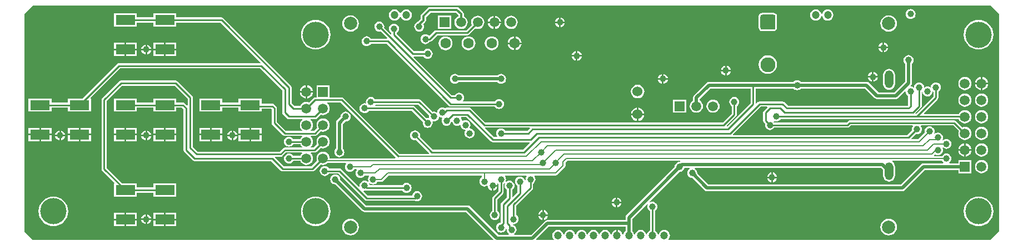
<source format=gtl>
G04 Layer_Physical_Order=1*
G04 Layer_Color=255*
%FSLAX25Y25*%
%MOIN*%
G70*
G01*
G75*
%ADD10R,0.11811X0.05906*%
%ADD11C,0.00800*%
%ADD12C,0.01000*%
%ADD13C,0.02000*%
%ADD14C,0.01200*%
%ADD15C,0.01969*%
%ADD16C,0.15748*%
%ADD17C,0.06299*%
%ADD18C,0.05906*%
%ADD19R,0.05906X0.05906*%
%ADD20O,0.05118X0.10630*%
%ADD21C,0.07874*%
%ADD22C,0.04724*%
%ADD23R,0.05906X0.05906*%
%ADD24C,0.06000*%
G04:AMPARAMS|DCode=25|XSize=90mil|YSize=90mil|CornerRadius=11.25mil|HoleSize=0mil|Usage=FLASHONLY|Rotation=270.000|XOffset=0mil|YOffset=0mil|HoleType=Round|Shape=RoundedRectangle|*
%AMROUNDEDRECTD25*
21,1,0.09000,0.06750,0,0,270.0*
21,1,0.06750,0.09000,0,0,270.0*
1,1,0.02250,-0.03375,-0.03375*
1,1,0.02250,-0.03375,0.03375*
1,1,0.02250,0.03375,0.03375*
1,1,0.02250,0.03375,-0.03375*
%
%ADD25ROUNDEDRECTD25*%
%ADD26C,0.09000*%
%ADD27C,0.03937*%
G36*
X323507Y150551D02*
X323315Y150089D01*
X283975D01*
X283851Y151032D01*
X283453Y151993D01*
X282819Y152819D01*
X281993Y153453D01*
X281032Y153851D01*
X280000Y153987D01*
X278968Y153851D01*
X278007Y153453D01*
X277181Y152819D01*
X276547Y151993D01*
X276149Y151032D01*
X276013Y150000D01*
X276149Y148968D01*
X276341Y148504D01*
X272989Y145151D01*
X256382D01*
X251083Y150450D01*
X251275Y150912D01*
X254488D01*
X255073Y151028D01*
X255570Y151359D01*
X257641Y153431D01*
X267201D01*
X267361Y152958D01*
X267181Y152819D01*
X266547Y151993D01*
X266355Y151529D01*
X262035D01*
X261645Y152038D01*
X261025Y152514D01*
X260302Y152813D01*
X259528Y152915D01*
X258753Y152813D01*
X258031Y152514D01*
X257410Y152038D01*
X256935Y151418D01*
X256635Y150696D01*
X256533Y149921D01*
X256635Y149146D01*
X256935Y148424D01*
X257410Y147804D01*
X258031Y147328D01*
X258753Y147029D01*
X259528Y146927D01*
X260302Y147029D01*
X261025Y147328D01*
X261645Y147804D01*
X262121Y148424D01*
X262140Y148471D01*
X266355D01*
X266547Y148007D01*
X267181Y147181D01*
X268007Y146547D01*
X268968Y146149D01*
X270000Y146013D01*
X271032Y146149D01*
X271993Y146547D01*
X272819Y147181D01*
X273453Y148007D01*
X273851Y148968D01*
X273987Y150000D01*
X273851Y151032D01*
X273453Y151993D01*
X272819Y152819D01*
X272639Y152958D01*
X272799Y153431D01*
X274961D01*
X275546Y153548D01*
X276042Y153879D01*
X276042Y153879D01*
X276042Y153879D01*
X278504Y156341D01*
X278968Y156149D01*
X280000Y156013D01*
X281032Y156149D01*
X281993Y156547D01*
X282819Y157181D01*
X283453Y158007D01*
X283851Y158968D01*
X283987Y160000D01*
X283851Y161032D01*
X283453Y161993D01*
X282819Y162819D01*
X281993Y163453D01*
X281032Y163851D01*
X280000Y163987D01*
X278968Y163851D01*
X278007Y163453D01*
X277181Y162819D01*
X276547Y161993D01*
X276149Y161032D01*
X276013Y160000D01*
X276149Y158968D01*
X276341Y158504D01*
X274327Y156490D01*
X272697D01*
X272536Y156964D01*
X272819Y157181D01*
X273453Y158007D01*
X273851Y158968D01*
X273987Y160000D01*
X273851Y161032D01*
X273453Y161993D01*
X272819Y162819D01*
X272536Y163037D01*
X272697Y163510D01*
X275039D01*
X275625Y163626D01*
X276121Y163958D01*
X276121Y163958D01*
X276121Y163958D01*
X278504Y166341D01*
X278968Y166149D01*
X280000Y166013D01*
X281032Y166149D01*
X281993Y166547D01*
X282819Y167181D01*
X283453Y168007D01*
X283851Y168968D01*
X283987Y170000D01*
X283851Y171032D01*
X283453Y171993D01*
X282819Y172819D01*
X281993Y173453D01*
X281032Y173851D01*
X280000Y173987D01*
X278968Y173851D01*
X278007Y173453D01*
X277181Y172819D01*
X276547Y171993D01*
X276149Y171032D01*
X276013Y170000D01*
X276149Y168968D01*
X276341Y168504D01*
X274406Y166569D01*
X272799D01*
X272639Y167042D01*
X272819Y167181D01*
X273453Y168007D01*
X273851Y168968D01*
X273987Y170000D01*
X273851Y171032D01*
X273453Y171993D01*
X272819Y172819D01*
X272433Y173115D01*
X272594Y173589D01*
X275118D01*
X275703Y173705D01*
X276200Y174037D01*
X276200Y174037D01*
X276200Y174037D01*
X278504Y176341D01*
X278968Y176149D01*
X280000Y176013D01*
X281032Y176149D01*
X281993Y176547D01*
X282819Y177181D01*
X283453Y178007D01*
X283851Y178968D01*
X283987Y180000D01*
X283851Y181032D01*
X283453Y181993D01*
X282819Y182819D01*
X282331Y183194D01*
X282491Y183668D01*
X290390D01*
X323507Y150551D01*
D02*
G37*
G36*
X343559Y175853D02*
X343463Y175118D01*
X343528Y174621D01*
X343175Y174267D01*
X342677Y174333D01*
X341943Y174236D01*
X334940Y181239D01*
X334443Y181570D01*
X333858Y181687D01*
X311242D01*
X311096Y181983D01*
X311360Y182408D01*
X337004D01*
X343559Y175853D01*
D02*
G37*
G36*
X404035Y168087D02*
X402516Y166569D01*
X389340D01*
X388889Y167157D01*
X388269Y167632D01*
X387547Y167931D01*
X386772Y168034D01*
X385997Y167931D01*
X385275Y167632D01*
X384654Y167157D01*
X384179Y166536D01*
X383880Y165814D01*
X383777Y165039D01*
X383880Y164264D01*
X384179Y163542D01*
X384412Y163238D01*
X384191Y162789D01*
X382366D01*
X377068Y168087D01*
X377259Y168549D01*
X403843D01*
X404035Y168087D01*
D02*
G37*
G36*
X610842Y186275D02*
X611503Y185833D01*
X612284Y185677D01*
X623622D01*
X624402Y185833D01*
X625064Y186275D01*
X625064Y186275D01*
X625064Y186275D01*
X628998Y190209D01*
X629472Y190048D01*
X629549Y189461D01*
X629848Y188739D01*
X630324Y188119D01*
X630911Y187668D01*
Y182051D01*
X630548Y181687D01*
X558744D01*
X556672Y183759D01*
X556176Y184090D01*
X555590Y184207D01*
X541732D01*
X541147Y184090D01*
X540651Y183759D01*
X539944Y183052D01*
X539482Y183243D01*
Y191977D01*
X562232D01*
X562292Y191899D01*
X562912Y191423D01*
X563634Y191124D01*
X564409Y191022D01*
X565184Y191124D01*
X565906Y191423D01*
X566527Y191899D01*
X566586Y191977D01*
X605140D01*
X610842Y186275D01*
D02*
G37*
G36*
X685354Y236850D02*
Y105827D01*
X680315Y100787D01*
X487334D01*
X487113Y101236D01*
X487582Y101848D01*
X487921Y102666D01*
X488037Y103543D01*
X487921Y104421D01*
X487582Y105239D01*
X487044Y105941D01*
X486341Y106480D01*
X485523Y106819D01*
X484646Y106934D01*
X483768Y106819D01*
X482950Y106480D01*
X482248Y105941D01*
X481709Y105239D01*
X481370Y104421D01*
X481352Y104287D01*
X480852D01*
X480835Y104421D01*
X480496Y105239D01*
X479957Y105941D01*
X479255Y106480D01*
X479088Y106549D01*
Y118437D01*
X479598Y118828D01*
X480073Y119448D01*
X480372Y120170D01*
X480474Y120945D01*
X480372Y121720D01*
X480073Y122442D01*
X479598Y123062D01*
X478977Y123538D01*
X478255Y123837D01*
X477480Y123939D01*
X476705Y123837D01*
X476168Y123615D01*
X475890Y124030D01*
X493761Y141901D01*
X493858Y141888D01*
X494633Y141990D01*
X495355Y142289D01*
X495975Y142765D01*
X496451Y143385D01*
X496748Y144103D01*
X499673D01*
X499834Y143629D01*
X499300Y143219D01*
X498824Y142599D01*
X498525Y141877D01*
X498423Y141102D01*
X498525Y140327D01*
X498824Y139605D01*
X499300Y138985D01*
X499920Y138509D01*
X500642Y138210D01*
X501417Y138108D01*
X501535Y138124D01*
X508806Y130853D01*
X509462Y130414D01*
X510236Y130260D01*
X627402D01*
X628176Y130414D01*
X628832Y130853D01*
X640956Y142977D01*
X661047D01*
Y141047D01*
X668953D01*
Y148953D01*
X661047D01*
Y147023D01*
X655735D01*
X655575Y147497D01*
X655975Y147804D01*
X656451Y148424D01*
X656750Y149146D01*
X656852Y149921D01*
X656750Y150696D01*
X656451Y151418D01*
X655975Y152038D01*
X655355Y152514D01*
X654633Y152813D01*
X653858Y152915D01*
X653083Y152813D01*
X652361Y152514D01*
X651741Y152038D01*
X651265Y151418D01*
X651236Y151349D01*
X646619D01*
X646428Y151811D01*
X647131Y152514D01*
X647322Y152368D01*
X648044Y152068D01*
X648819Y151967D01*
X649594Y152068D01*
X650316Y152368D01*
X650936Y152843D01*
X651412Y153464D01*
X651711Y154186D01*
X651813Y154961D01*
X651711Y155736D01*
X651528Y156178D01*
X651924Y156482D01*
X652361Y156147D01*
X653083Y155848D01*
X653858Y155746D01*
X654633Y155848D01*
X655355Y156147D01*
X655975Y156623D01*
X656451Y157243D01*
X656750Y157965D01*
X656852Y158740D01*
X656750Y159515D01*
X656451Y160237D01*
X655975Y160857D01*
X655355Y161333D01*
X654633Y161632D01*
X653858Y161734D01*
X653083Y161632D01*
X652361Y161333D01*
X651924Y160998D01*
X651528Y161302D01*
X651711Y161745D01*
X651813Y162520D01*
X651711Y163295D01*
X651412Y164017D01*
X650936Y164637D01*
X650316Y165113D01*
X649594Y165412D01*
X648819Y165514D01*
X648044Y165412D01*
X647322Y165113D01*
X646885Y164778D01*
X646488Y165082D01*
X646672Y165524D01*
X646774Y166299D01*
X646672Y167074D01*
X646373Y167796D01*
X645897Y168416D01*
X645277Y168892D01*
X644555Y169191D01*
X643780Y169293D01*
X643005Y169191D01*
X642282Y168892D01*
X641662Y168416D01*
X641187Y167796D01*
X640887Y167074D01*
X640785Y166299D01*
X640887Y165524D01*
X640916Y165455D01*
X636889Y161427D01*
X632905D01*
X632714Y161889D01*
X635486Y164662D01*
X636221Y164565D01*
X636995Y164667D01*
X637717Y164966D01*
X638338Y165442D01*
X638813Y166062D01*
X639113Y166784D01*
X639215Y167559D01*
X639113Y168334D01*
X638813Y169056D01*
X638580Y169361D01*
X638801Y169809D01*
X658028D01*
X661341Y166496D01*
X661149Y166032D01*
X661013Y165000D01*
X661149Y163968D01*
X661547Y163007D01*
X662181Y162181D01*
X663007Y161547D01*
X663968Y161149D01*
X665000Y161013D01*
X666032Y161149D01*
X666993Y161547D01*
X667819Y162181D01*
X668453Y163007D01*
X668851Y163968D01*
X668987Y165000D01*
X668851Y166032D01*
X668453Y166993D01*
X667819Y167819D01*
X666993Y168453D01*
X666032Y168851D01*
X665000Y168987D01*
X663968Y168851D01*
X663504Y168659D01*
X659743Y172420D01*
X659247Y172751D01*
X658661Y172868D01*
X595905D01*
X595320Y172751D01*
X594824Y172420D01*
X594012Y171608D01*
X550600D01*
X550289Y172013D01*
X550594Y172409D01*
X551036Y172226D01*
X551811Y172124D01*
X552586Y172226D01*
X553308Y172525D01*
X553928Y173001D01*
X554379Y173589D01*
X661306D01*
X661547Y173007D01*
X662181Y172181D01*
X663007Y171547D01*
X663968Y171149D01*
X665000Y171013D01*
X666032Y171149D01*
X666993Y171547D01*
X667819Y172181D01*
X668453Y173007D01*
X668851Y173968D01*
X668987Y175000D01*
X668851Y176032D01*
X668453Y176993D01*
X667819Y177819D01*
X666993Y178453D01*
X666032Y178851D01*
X665000Y178987D01*
X663968Y178851D01*
X663007Y178453D01*
X662181Y177819D01*
X661547Y176993D01*
X661404Y176647D01*
X640566D01*
X640375Y177109D01*
X648640Y185375D01*
X648972Y185871D01*
X648972Y185871D01*
X648972Y185871D01*
X649088Y186457D01*
Y190188D01*
X649676Y190639D01*
X650152Y191259D01*
X650451Y191981D01*
X650553Y192756D01*
X650451Y193531D01*
X650152Y194253D01*
X649676Y194873D01*
X649056Y195349D01*
X648334Y195648D01*
X647559Y195750D01*
X646784Y195648D01*
X646062Y195349D01*
X645442Y194873D01*
X644966Y194253D01*
X644667Y193531D01*
X644589Y192936D01*
X644127Y192745D01*
X644017Y192829D01*
X643295Y193128D01*
X642520Y193230D01*
X641745Y193128D01*
X641023Y192829D01*
X640913Y192745D01*
X640451Y192936D01*
X640372Y193531D01*
X640073Y194253D01*
X639598Y194873D01*
X638977Y195349D01*
X638255Y195648D01*
X637480Y195750D01*
X636705Y195648D01*
X635983Y195349D01*
X635363Y194873D01*
X634887Y194253D01*
X634588Y193531D01*
X634510Y192936D01*
X634048Y192745D01*
X633938Y192829D01*
X633216Y193128D01*
X632629Y193206D01*
X632468Y193679D01*
X632623Y193834D01*
X633065Y194495D01*
X633220Y195276D01*
X633220Y195276D01*
X633220Y195276D01*
Y195276D01*
Y206957D01*
X633298Y207017D01*
X633774Y207637D01*
X634073Y208359D01*
X634175Y209134D01*
X634073Y209909D01*
X633774Y210631D01*
X633298Y211251D01*
X632678Y211727D01*
X631956Y212026D01*
X631181Y212128D01*
X630406Y212026D01*
X629684Y211727D01*
X629064Y211251D01*
X628588Y210631D01*
X628289Y209909D01*
X628187Y209134D01*
X628289Y208359D01*
X628588Y207637D01*
X629064Y207017D01*
X629142Y206957D01*
Y196120D01*
X622777Y189756D01*
X613128D01*
X607426Y195458D01*
X606765Y195900D01*
X605984Y196055D01*
X566586D01*
X566527Y196133D01*
X565906Y196609D01*
X565184Y196908D01*
X564409Y197010D01*
X563634Y196908D01*
X562912Y196609D01*
X562292Y196133D01*
X562232Y196055D01*
X511496D01*
X511496Y196055D01*
X510716Y195900D01*
X510054Y195458D01*
X510054Y195458D01*
X502495Y187899D01*
X502053Y187237D01*
X501898Y186457D01*
Y184884D01*
X501865Y184870D01*
X501039Y184237D01*
X500406Y183411D01*
X500007Y182449D01*
X499871Y181417D01*
X500007Y180385D01*
X500406Y179424D01*
X501039Y178598D01*
X501865Y177965D01*
X502826Y177566D01*
X503858Y177430D01*
X504890Y177566D01*
X505852Y177965D01*
X506677Y178598D01*
X507311Y179424D01*
X507709Y180385D01*
X507845Y181417D01*
X507709Y182449D01*
X507311Y183411D01*
X506677Y184237D01*
X505976Y184774D01*
Y185612D01*
X512341Y191977D01*
X536423D01*
Y183311D01*
X522477Y169364D01*
X521986Y169462D01*
X521949Y169550D01*
X527696Y175296D01*
X528027Y175793D01*
X528144Y176378D01*
X528144Y176378D01*
X528144Y176378D01*
Y176378D01*
Y181369D01*
X528731Y181820D01*
X529207Y182440D01*
X529506Y183162D01*
X529608Y183937D01*
X529506Y184712D01*
X529207Y185434D01*
X528731Y186054D01*
X528111Y186530D01*
X527389Y186829D01*
X526614Y186931D01*
X525839Y186829D01*
X525117Y186530D01*
X524497Y186054D01*
X524021Y185434D01*
X523722Y184712D01*
X523620Y183937D01*
X523722Y183162D01*
X524021Y182440D01*
X524497Y181820D01*
X525085Y181369D01*
Y177011D01*
X519682Y171608D01*
X377326D01*
X368955Y179979D01*
X368459Y180311D01*
X367874Y180427D01*
X354016D01*
X353431Y180311D01*
X353201Y180157D01*
X353141Y180117D01*
X352993Y180231D01*
X352271Y180530D01*
X351496Y180632D01*
X350721Y180530D01*
X349999Y180231D01*
X349379Y179755D01*
X348903Y179135D01*
X348604Y178413D01*
X348526Y177818D01*
X348064Y177627D01*
X347954Y177711D01*
X347232Y178010D01*
X346457Y178112D01*
X345722Y178015D01*
X338719Y185019D01*
X338223Y185350D01*
X337638Y185466D01*
X311230D01*
X310779Y186054D01*
X310158Y186530D01*
X309436Y186829D01*
X308661Y186931D01*
X307887Y186829D01*
X307164Y186530D01*
X306544Y186054D01*
X306068Y185434D01*
X305769Y184712D01*
X305667Y183937D01*
X305733Y183440D01*
X305379Y183086D01*
X304882Y183152D01*
X304107Y183050D01*
X303385Y182750D01*
X302765Y182275D01*
X302289Y181655D01*
X301990Y180932D01*
X301888Y180157D01*
X301990Y179383D01*
X302289Y178660D01*
X302765Y178040D01*
X303385Y177565D01*
X304107Y177265D01*
X304882Y177163D01*
X305657Y177265D01*
X306379Y177565D01*
X306999Y178040D01*
X307450Y178628D01*
X333225D01*
X339780Y172073D01*
X339683Y171339D01*
X339785Y170564D01*
X340084Y169842D01*
X340560Y169221D01*
X341180Y168746D01*
X341902Y168447D01*
X342677Y168344D01*
X343452Y168447D01*
X344174Y168746D01*
X344794Y169221D01*
X345270Y169842D01*
X345569Y170564D01*
X345671Y171339D01*
X345606Y171836D01*
X345959Y172189D01*
X346457Y172124D01*
X347232Y172226D01*
X347954Y172525D01*
X348574Y173001D01*
X349050Y173621D01*
X349349Y174343D01*
X349427Y174938D01*
X349889Y175129D01*
X349999Y175045D01*
X350721Y174746D01*
X351316Y174667D01*
X351507Y174206D01*
X351423Y174095D01*
X351124Y173373D01*
X351022Y172598D01*
X351124Y171824D01*
X351423Y171101D01*
X351899Y170481D01*
X352519Y170005D01*
X353241Y169706D01*
X354016Y169604D01*
X354791Y169706D01*
X355513Y170005D01*
X356133Y170481D01*
X356609Y171101D01*
X356908Y171824D01*
X356915Y171880D01*
X357415D01*
X357423Y171824D01*
X357722Y171101D01*
X358198Y170481D01*
X358818Y170005D01*
X359540Y169706D01*
X360315Y169604D01*
X361090Y169706D01*
X361812Y170005D01*
X361922Y170090D01*
X362384Y169898D01*
X362462Y169304D01*
X362761Y168582D01*
X363237Y167962D01*
X363857Y167486D01*
X364579Y167187D01*
X365174Y167108D01*
X365365Y166646D01*
X365281Y166536D01*
X364982Y165814D01*
X364880Y165039D01*
X364982Y164264D01*
X365281Y163542D01*
X365757Y162922D01*
X366377Y162446D01*
X367099Y162147D01*
X367874Y162045D01*
X368649Y162147D01*
X369371Y162446D01*
X369991Y162922D01*
X370467Y163542D01*
X370766Y164264D01*
X370868Y165039D01*
X370766Y165814D01*
X370467Y166536D01*
X369991Y167157D01*
X369371Y167632D01*
X368649Y167931D01*
X368054Y168010D01*
X367863Y168472D01*
X367947Y168582D01*
X368246Y169304D01*
X368349Y170079D01*
X368246Y170854D01*
X367947Y171576D01*
X367472Y172196D01*
X366851Y172672D01*
X366129Y172971D01*
X365354Y173073D01*
X364579Y172971D01*
X363857Y172672D01*
X363747Y172587D01*
X363285Y172779D01*
X363207Y173373D01*
X362908Y174095D01*
X362674Y174400D01*
X362895Y174849D01*
X365981D01*
X380651Y160178D01*
X381147Y159847D01*
X381732Y159730D01*
X403843D01*
X404035Y159268D01*
X399996Y155230D01*
X345830D01*
X338016Y163045D01*
X338112Y163779D01*
X338010Y164555D01*
X337711Y165277D01*
X337235Y165897D01*
X336615Y166373D01*
X335893Y166672D01*
X335118Y166774D01*
X334343Y166672D01*
X333621Y166373D01*
X333001Y165897D01*
X332525Y165277D01*
X332226Y164555D01*
X332124Y163779D01*
X332226Y163005D01*
X332525Y162283D01*
X333001Y161662D01*
X333621Y161187D01*
X334343Y160887D01*
X335118Y160785D01*
X335853Y160882D01*
X343664Y153070D01*
X343473Y152609D01*
X325775D01*
X292105Y186278D01*
X291609Y186610D01*
X291024Y186726D01*
X283953D01*
Y193953D01*
X276047D01*
Y186726D01*
X275197D01*
X274612Y186610D01*
X274115Y186278D01*
X271496Y183659D01*
X271032Y183851D01*
X270000Y183987D01*
X268968Y183851D01*
X268007Y183453D01*
X267181Y182819D01*
X266547Y181993D01*
X266355Y181529D01*
X262838D01*
X261057Y183311D01*
Y192756D01*
X260941Y193341D01*
X260609Y193837D01*
X220097Y234349D01*
X219601Y234681D01*
X219016Y234797D01*
X191945D01*
Y237221D01*
X178134D01*
Y234797D01*
X168323D01*
Y237221D01*
X154512D01*
Y229315D01*
X168323D01*
Y231738D01*
X178134D01*
Y229315D01*
X191945D01*
Y231738D01*
X218382D01*
X242421Y207700D01*
X242229Y207238D01*
X157480D01*
X156895Y207122D01*
X156399Y206790D01*
X135648Y186039D01*
X126953D01*
Y183616D01*
X117142D01*
Y186039D01*
X103331D01*
Y178134D01*
X117142D01*
Y180557D01*
X126953D01*
Y178134D01*
X140764D01*
Y186039D01*
X140627D01*
X140436Y186501D01*
X158114Y204179D01*
X242162D01*
X255479Y190863D01*
Y177638D01*
X255479Y177638D01*
X255479D01*
X255595Y177052D01*
X255926Y176556D01*
X258446Y174037D01*
X258942Y173705D01*
X259528Y173589D01*
X267406D01*
X267567Y173115D01*
X267181Y172819D01*
X266547Y171993D01*
X266149Y171032D01*
X266013Y170000D01*
X266149Y168968D01*
X266547Y168007D01*
X267181Y167181D01*
X267361Y167042D01*
X267201Y166569D01*
X257641D01*
X252238Y171972D01*
Y180157D01*
X252122Y180743D01*
X251790Y181239D01*
X250530Y182499D01*
X250034Y182830D01*
X249449Y182947D01*
X243126D01*
Y186039D01*
X229315D01*
Y183616D01*
X219504D01*
Y186039D01*
X205693D01*
Y178134D01*
X219504D01*
Y180557D01*
X229315D01*
Y178134D01*
X243126D01*
Y179888D01*
X248815D01*
X249179Y179524D01*
Y171339D01*
X249179Y171339D01*
X249179D01*
X249296Y170753D01*
X249627Y170257D01*
X255926Y163958D01*
X256423Y163626D01*
X257008Y163510D01*
X267303D01*
X267464Y163037D01*
X267181Y162819D01*
X266547Y161993D01*
X266355Y161529D01*
X262096D01*
X261645Y162117D01*
X261025Y162593D01*
X260302Y162892D01*
X259528Y162994D01*
X258753Y162892D01*
X258031Y162593D01*
X257410Y162117D01*
X256935Y161497D01*
X256635Y160775D01*
X256533Y160000D01*
X256635Y159225D01*
X256935Y158503D01*
X257410Y157883D01*
X258031Y157407D01*
X258753Y157108D01*
X259528Y157006D01*
X260302Y157108D01*
X261025Y157407D01*
X261645Y157883D01*
X262096Y158471D01*
X266355D01*
X266547Y158007D01*
X267181Y157181D01*
X267464Y156964D01*
X267303Y156490D01*
X257008D01*
X256423Y156374D01*
X255926Y156042D01*
X253855Y153970D01*
X204728D01*
X201844Y156854D01*
Y186457D01*
X201747Y186945D01*
X201728Y187042D01*
X201396Y187538D01*
X192578Y196357D01*
X192081Y196689D01*
X191496Y196805D01*
X158740D01*
X158155Y196689D01*
X157659Y196357D01*
X147580Y186278D01*
X147248Y185782D01*
X147132Y185197D01*
Y143661D01*
X147132Y143661D01*
X147132D01*
X147248Y143076D01*
X147580Y142580D01*
X154840Y135320D01*
X154648Y134858D01*
X154512D01*
Y126953D01*
X168323D01*
Y129376D01*
X178134D01*
Y126953D01*
X191945D01*
Y134858D01*
X178134D01*
Y132435D01*
X168323D01*
Y134858D01*
X159627D01*
X150191Y144295D01*
Y184563D01*
X159374Y193746D01*
X190863D01*
X198786Y185823D01*
Y181983D01*
X198324Y181792D01*
X196948Y183168D01*
X196451Y183500D01*
X195866Y183616D01*
X191945D01*
Y186039D01*
X178134D01*
Y183616D01*
X168323D01*
Y186039D01*
X154512D01*
Y178134D01*
X168323D01*
Y180557D01*
X178134D01*
Y178134D01*
X191945D01*
Y180557D01*
X195233D01*
X196266Y179524D01*
Y154961D01*
X196266Y154961D01*
X196266D01*
X196382Y154375D01*
X196714Y153879D01*
X201753Y148840D01*
X202249Y148508D01*
X202249Y148508D01*
X202249Y148508D01*
D01*
X202249Y148508D01*
X202249Y148508D01*
X202835Y148392D01*
X248815D01*
X254667Y142541D01*
X255163Y142209D01*
X255748Y142093D01*
X273622D01*
X274207Y142209D01*
X274704Y142541D01*
X274704Y142541D01*
X274704Y142541D01*
X278504Y146341D01*
X278968Y146149D01*
X280000Y146013D01*
X281032Y146149D01*
X281993Y146547D01*
X282819Y147181D01*
X282860Y147234D01*
X293561D01*
X293782Y146785D01*
X293470Y146379D01*
X293171Y145657D01*
X293069Y144882D01*
X293171Y144107D01*
X293470Y143385D01*
X293946Y142765D01*
X294566Y142289D01*
X295288Y141990D01*
X296063Y141888D01*
X296838Y141990D01*
X297560Y142289D01*
X298180Y142765D01*
X298656Y143385D01*
X298685Y143455D01*
X299860D01*
X300081Y143006D01*
X299769Y142599D01*
X299470Y141877D01*
X299368Y141102D01*
X299470Y140327D01*
X299769Y139605D01*
X300245Y138985D01*
X300865Y138509D01*
X301587Y138210D01*
X302362Y138108D01*
X303137Y138210D01*
X303859Y138509D01*
X304479Y138985D01*
X304955Y139605D01*
X304984Y139675D01*
X307419D01*
X307640Y139226D01*
X307328Y138820D01*
X307029Y138098D01*
X306927Y137323D01*
X307029Y136548D01*
X307212Y136106D01*
X306816Y135801D01*
X306379Y136136D01*
X305657Y136435D01*
X304882Y136537D01*
X304107Y136435D01*
X303385Y136136D01*
X302765Y135661D01*
X302289Y135040D01*
X301990Y134318D01*
X301888Y133543D01*
X301959Y132999D01*
X301511Y132778D01*
X290845Y143444D01*
X290349Y143775D01*
X289764Y143892D01*
X283513D01*
X283062Y144479D01*
X282442Y144955D01*
X281720Y145254D01*
X280945Y145356D01*
X280170Y145254D01*
X279448Y144955D01*
X278828Y144479D01*
X278352Y143859D01*
X278053Y143137D01*
X277951Y142362D01*
X278053Y141587D01*
X278352Y140865D01*
X278828Y140245D01*
X279448Y139769D01*
X280170Y139470D01*
X280945Y139368D01*
X281720Y139470D01*
X282442Y139769D01*
X283062Y140245D01*
X283513Y140833D01*
X289130D01*
X305060Y124903D01*
X305557Y124571D01*
X306142Y124455D01*
X335118D01*
X335278Y124487D01*
X335603Y124352D01*
X336378Y124250D01*
X337153Y124352D01*
X337875Y124651D01*
X338495Y125127D01*
X338971Y125747D01*
X339270Y126469D01*
X339372Y127244D01*
X339270Y128019D01*
X338971Y128741D01*
X338495Y129361D01*
X337875Y129837D01*
X337153Y130136D01*
X336378Y130238D01*
X335603Y130136D01*
X334881Y129837D01*
X334261Y129361D01*
X333785Y128741D01*
X333486Y128019D01*
X333419Y127514D01*
X306775D01*
X304117Y130172D01*
X304338Y130621D01*
X304882Y130549D01*
X305657Y130651D01*
X305982Y130786D01*
X306142Y130754D01*
X327511D01*
X327962Y130166D01*
X328582Y129691D01*
X329304Y129391D01*
X330079Y129289D01*
X330854Y129391D01*
X331576Y129691D01*
X332196Y130166D01*
X332672Y130786D01*
X332971Y131509D01*
X333073Y132283D01*
X332971Y133058D01*
X332672Y133781D01*
X332196Y134401D01*
X331576Y134876D01*
X330854Y135176D01*
X330079Y135278D01*
X329304Y135176D01*
X328582Y134876D01*
X327962Y134401D01*
X327511Y133813D01*
X307840D01*
X307774Y134318D01*
X307591Y134761D01*
X307987Y135065D01*
X308424Y134730D01*
X309146Y134431D01*
X309921Y134329D01*
X310696Y134431D01*
X311418Y134730D01*
X312038Y135206D01*
X312514Y135826D01*
X312543Y135895D01*
X314961D01*
X314961Y135895D01*
X315507Y136004D01*
X315970Y136313D01*
X319331Y139675D01*
X375266D01*
Y138685D01*
X375196Y138656D01*
X374576Y138180D01*
X374100Y137560D01*
X373801Y136838D01*
X373699Y136063D01*
X373801Y135288D01*
X374100Y134566D01*
X374576Y133946D01*
X375196Y133470D01*
X375918Y133171D01*
X376693Y133069D01*
X377468Y133171D01*
X378190Y133470D01*
X378300Y133554D01*
X378762Y133363D01*
X378840Y132768D01*
X379139Y132046D01*
X379615Y131426D01*
X380235Y130950D01*
X380957Y130651D01*
X381232Y130615D01*
Y133543D01*
X381732D01*
Y134043D01*
X384661D01*
X384624Y134318D01*
X384441Y134761D01*
X384838Y135065D01*
X385242Y134755D01*
Y130397D01*
X381911Y127066D01*
X381579Y126569D01*
X381463Y125984D01*
Y118474D01*
X380875Y118023D01*
X380399Y117403D01*
X380100Y116680D01*
X379998Y115905D01*
X380100Y115131D01*
X380399Y114408D01*
X380875Y113788D01*
X381495Y113312D01*
X382217Y113013D01*
X382992Y112911D01*
X383767Y113013D01*
X384489Y113312D01*
X385109Y113788D01*
X385585Y114408D01*
X385884Y115131D01*
X385986Y115905D01*
X385884Y116680D01*
X385585Y117403D01*
X385109Y118023D01*
X384522Y118474D01*
Y125351D01*
X387853Y128682D01*
X388185Y129179D01*
X388301Y129764D01*
X388301Y129764D01*
X388301Y129764D01*
Y129764D01*
Y134755D01*
X388705Y135065D01*
X389102Y134761D01*
X388919Y134318D01*
X388817Y133543D01*
X388919Y132768D01*
X389218Y132046D01*
X389694Y131426D01*
X390282Y130975D01*
Y126618D01*
X386950Y123286D01*
X386618Y122790D01*
X386502Y122205D01*
Y111500D01*
X386278Y111276D01*
X385997Y111239D01*
X385275Y110939D01*
X384654Y110464D01*
X384179Y109844D01*
X383880Y109121D01*
X383777Y108346D01*
X383880Y107571D01*
X384179Y106849D01*
X384654Y106229D01*
X385275Y105754D01*
X385997Y105454D01*
X386772Y105352D01*
X387547Y105454D01*
X388269Y105754D01*
X388889Y106229D01*
X389365Y106849D01*
X389630Y107490D01*
X390113Y107360D01*
X390077Y107087D01*
X390179Y106312D01*
X390478Y105590D01*
X390954Y104970D01*
X391488Y104560D01*
X391327Y104086D01*
X385097D01*
X368056Y121127D01*
X367394Y121569D01*
X366614Y121724D01*
X305727D01*
X290225Y137225D01*
X290238Y137323D01*
X290136Y138098D01*
X289837Y138820D01*
X289361Y139440D01*
X288741Y139916D01*
X288019Y140215D01*
X287244Y140317D01*
X286469Y140215D01*
X285747Y139916D01*
X285127Y139440D01*
X284651Y138820D01*
X284352Y138098D01*
X284250Y137323D01*
X284352Y136548D01*
X284651Y135826D01*
X285127Y135206D01*
X285747Y134730D01*
X286469Y134431D01*
X287244Y134329D01*
X287341Y134342D01*
X303440Y118243D01*
X303440D01*
X303440Y118243D01*
X303440Y118243D01*
Y118243D01*
X304101Y117801D01*
X304882Y117646D01*
X365770D01*
X382166Y101249D01*
X381975Y100787D01*
X105827D01*
X100787Y105827D01*
Y236850D01*
X105827Y241890D01*
X680315D01*
X685354Y236850D01*
D02*
G37*
G36*
X639549Y190056D02*
X639628Y189461D01*
X639927Y188739D01*
X640403Y188119D01*
X641023Y187643D01*
X641745Y187344D01*
X642520Y187242D01*
X643295Y187344D01*
X644017Y187643D01*
X644637Y188119D01*
X645113Y188739D01*
X645412Y189461D01*
X645490Y190056D01*
X645614Y190107D01*
X646030Y189830D01*
Y187090D01*
X635862Y176923D01*
X635372Y177021D01*
X635335Y177109D01*
X638562Y180336D01*
X638893Y180832D01*
X639010Y181417D01*
Y189830D01*
X639425Y190107D01*
X639549Y190056D01*
D02*
G37*
G36*
X651265Y148424D02*
X651741Y147804D01*
X652142Y147497D01*
X651981Y147023D01*
X640118D01*
X639344Y146869D01*
X638688Y146431D01*
X626564Y134307D01*
X511074D01*
X504396Y140985D01*
X504411Y141102D01*
X504309Y141877D01*
X504010Y142599D01*
X503535Y143219D01*
X503001Y143629D01*
X503161Y144103D01*
X614825D01*
X615898Y143029D01*
Y139567D01*
X616021Y138638D01*
X616379Y137772D01*
X616950Y137029D01*
X617693Y136458D01*
X618559Y136100D01*
X619488Y135977D01*
X620417Y136100D01*
X621283Y136458D01*
X622026Y137029D01*
X622597Y137772D01*
X622956Y138638D01*
X623078Y139567D01*
Y145079D01*
X622956Y146008D01*
X622597Y146874D01*
X622026Y147617D01*
X621501Y148020D01*
X621662Y148494D01*
X651236D01*
X651265Y148424D01*
D02*
G37*
G36*
X474811Y122257D02*
X474588Y121720D01*
X474486Y120945D01*
X474588Y120170D01*
X474887Y119448D01*
X475363Y118828D01*
X475983Y118352D01*
X476030Y118333D01*
Y106549D01*
X475864Y106480D01*
X475161Y105941D01*
X474622Y105239D01*
X474283Y104421D01*
X474266Y104287D01*
X473766D01*
X473748Y104421D01*
X473409Y105239D01*
X472870Y105941D01*
X472168Y106480D01*
X471350Y106819D01*
X470472Y106934D01*
X469595Y106819D01*
X468777Y106480D01*
X468075Y105941D01*
X467536Y105239D01*
X467197Y104421D01*
X467179Y104287D01*
X466679D01*
X466662Y104421D01*
X466323Y105239D01*
X465784Y105941D01*
X465425Y106217D01*
Y110866D01*
Y113565D01*
X474395Y122535D01*
X474811Y122257D01*
D02*
G37*
G36*
X461347Y106217D02*
X460988Y105941D01*
X460449Y105239D01*
X460110Y104421D01*
X460092Y104287D01*
X459592D01*
X459575Y104421D01*
X459236Y105239D01*
X458697Y105941D01*
X457995Y106480D01*
X457177Y106819D01*
X456799Y106869D01*
Y103543D01*
X455799D01*
Y106869D01*
X455421Y106819D01*
X454604Y106480D01*
X453901Y105941D01*
X453362Y105239D01*
X453024Y104421D01*
X453006Y104287D01*
X452506D01*
X452488Y104421D01*
X452149Y105239D01*
X451611Y105941D01*
X450908Y106480D01*
X450090Y106819D01*
X449213Y106934D01*
X448335Y106819D01*
X447517Y106480D01*
X446815Y105941D01*
X446276Y105239D01*
X445937Y104421D01*
X445919Y104287D01*
X445419D01*
X445402Y104421D01*
X445063Y105239D01*
X444524Y105941D01*
X443822Y106480D01*
X443004Y106819D01*
X442126Y106934D01*
X441248Y106819D01*
X440430Y106480D01*
X439728Y105941D01*
X439189Y105239D01*
X438850Y104421D01*
X438833Y104287D01*
X438333D01*
X438315Y104421D01*
X437976Y105239D01*
X437437Y105941D01*
X436735Y106480D01*
X435917Y106819D01*
X435039Y106934D01*
X434162Y106819D01*
X433344Y106480D01*
X432641Y105941D01*
X432102Y105239D01*
X431764Y104421D01*
X431746Y104287D01*
X431246D01*
X431228Y104421D01*
X430890Y105239D01*
X430351Y105941D01*
X429648Y106480D01*
X428830Y106819D01*
X427953Y106934D01*
X427075Y106819D01*
X426257Y106480D01*
X425555Y105941D01*
X425016Y105239D01*
X424677Y104421D01*
X424659Y104287D01*
X424159D01*
X424142Y104421D01*
X423803Y105239D01*
X423264Y105941D01*
X422562Y106480D01*
X421744Y106819D01*
X420866Y106934D01*
X419988Y106819D01*
X419171Y106480D01*
X418468Y105941D01*
X417929Y105239D01*
X417591Y104421D01*
X417475Y103543D01*
X417591Y102666D01*
X417929Y101848D01*
X418399Y101236D01*
X418178Y100787D01*
X407947D01*
X407755Y101249D01*
X415333Y108827D01*
X461347D01*
Y106217D01*
D02*
G37*
G36*
X546397Y180686D02*
X544430Y178719D01*
X544099Y178223D01*
X543982Y177638D01*
Y172598D01*
X543982Y172598D01*
X543982D01*
X544099Y172013D01*
X544430Y171517D01*
X545134Y170813D01*
X545037Y170079D01*
X545139Y169304D01*
X545438Y168582D01*
X545914Y167962D01*
X546534Y167486D01*
X547257Y167187D01*
X548032Y167085D01*
X548806Y167187D01*
X549529Y167486D01*
X550149Y167962D01*
X550600Y168549D01*
X594646D01*
X595231Y168666D01*
X595727Y168997D01*
X595727Y168997D01*
X595727Y168997D01*
X596539Y169809D01*
X633640D01*
X633861Y169361D01*
X633628Y169056D01*
X633328Y168334D01*
X633226Y167559D01*
X633323Y166824D01*
X630548Y164049D01*
X525920D01*
X525729Y164511D01*
X542366Y181148D01*
X546206D01*
X546397Y180686D01*
D02*
G37*
G36*
X494252Y148248D02*
X493928Y147867D01*
X493858Y147876D01*
X493083Y147774D01*
X492361Y147475D01*
X491741Y146999D01*
X491265Y146379D01*
X490966Y145657D01*
X490864Y144882D01*
X490877Y144784D01*
X461944Y115851D01*
X461502Y115190D01*
X461347Y114409D01*
Y112905D01*
X414488D01*
X413708Y112750D01*
X413046Y112308D01*
X404825Y104086D01*
X394815D01*
X394654Y104560D01*
X395188Y104970D01*
X395664Y105590D01*
X395963Y106312D01*
X396065Y107087D01*
X395963Y107862D01*
X395664Y108584D01*
X395188Y109204D01*
X394568Y109680D01*
X393928Y109945D01*
X394057Y110428D01*
X394331Y110392D01*
X395106Y110494D01*
X395828Y110793D01*
X396448Y111269D01*
X396924Y111889D01*
X397223Y112611D01*
X397325Y113386D01*
X397223Y114161D01*
X396924Y114883D01*
X396448Y115503D01*
X395860Y115954D01*
Y121571D01*
X405491Y131202D01*
X405822Y131698D01*
X405939Y132283D01*
Y134755D01*
X406527Y135206D01*
X407002Y135826D01*
X407302Y136548D01*
X407404Y137323D01*
X407302Y138098D01*
X407002Y138820D01*
X406690Y139226D01*
X406912Y139675D01*
X419527D01*
X419528Y139675D01*
X420074Y139784D01*
X420537Y140093D01*
X424946Y144502D01*
X424946Y144502D01*
X425132Y144780D01*
X425256Y144966D01*
X425364Y145512D01*
X425364Y145512D01*
X425364Y145512D01*
Y145512D01*
Y147440D01*
X426418Y148494D01*
X494177D01*
X494252Y148248D01*
D02*
G37*
G36*
X402129Y139226D02*
X401817Y138820D01*
X401517Y138098D01*
X401415Y137323D01*
X401451Y137049D01*
X400968Y136920D01*
X400703Y137560D01*
X400227Y138180D01*
X399607Y138656D01*
X398885Y138955D01*
X398110Y139057D01*
X397335Y138955D01*
X396613Y138656D01*
X395993Y138180D01*
X395517Y137560D01*
X395218Y136838D01*
X395116Y136063D01*
X395218Y135288D01*
X395517Y134566D01*
X395993Y133946D01*
X396581Y133495D01*
Y129446D01*
X393802Y126668D01*
X393340Y126859D01*
Y130975D01*
X393928Y131426D01*
X394404Y132046D01*
X394703Y132768D01*
X394805Y133543D01*
X394703Y134318D01*
X394404Y135040D01*
X393928Y135661D01*
X393308Y136136D01*
X392586Y136435D01*
X391811Y136537D01*
X391036Y136435D01*
X390314Y136136D01*
X389877Y135801D01*
X389480Y136106D01*
X389664Y136548D01*
X389766Y137323D01*
X389664Y138098D01*
X389365Y138820D01*
X389053Y139226D01*
X389274Y139675D01*
X401907D01*
X402129Y139226D01*
D02*
G37*
%LPC*%
G36*
X235720Y163870D02*
X229315D01*
Y160417D01*
X235720D01*
Y163870D01*
D02*
G37*
G36*
X243126D02*
X236720D01*
Y160417D01*
X243126D01*
Y163870D01*
D02*
G37*
G36*
X212098D02*
X205693D01*
Y160417D01*
X212098D01*
Y163870D01*
D02*
G37*
G36*
X219504D02*
X213098D01*
Y160417D01*
X219504D01*
Y163870D01*
D02*
G37*
G36*
X121705Y163279D02*
X119276D01*
X119313Y163005D01*
X119612Y162283D01*
X120088Y161662D01*
X120708Y161187D01*
X121430Y160887D01*
X121705Y160851D01*
Y163279D01*
D02*
G37*
G36*
X176787D02*
X174358D01*
Y160851D01*
X174633Y160887D01*
X175355Y161187D01*
X175975Y161662D01*
X176451Y162283D01*
X176750Y163005D01*
X176787Y163279D01*
D02*
G37*
G36*
X225012D02*
X222584D01*
X222620Y163005D01*
X222919Y162283D01*
X223395Y161662D01*
X224015Y161187D01*
X224737Y160887D01*
X225012Y160851D01*
Y163279D01*
D02*
G37*
G36*
X125133D02*
X122705D01*
Y160851D01*
X122980Y160887D01*
X123702Y161187D01*
X124322Y161662D01*
X124798Y162283D01*
X125097Y163005D01*
X125133Y163279D01*
D02*
G37*
G36*
X173358D02*
X170930D01*
X170966Y163005D01*
X171265Y162283D01*
X171741Y161662D01*
X172361Y161187D01*
X173083Y160887D01*
X173358Y160851D01*
Y163279D01*
D02*
G37*
G36*
X191945Y163870D02*
X185539D01*
Y160417D01*
X191945D01*
Y163870D01*
D02*
G37*
G36*
X109736D02*
X103331D01*
Y160417D01*
X109736D01*
Y163870D01*
D02*
G37*
G36*
X117142D02*
X110736D01*
Y160417D01*
X117142D01*
Y163870D01*
D02*
G37*
G36*
X664500Y158921D02*
X663968Y158851D01*
X663007Y158453D01*
X662181Y157819D01*
X661547Y156993D01*
X661149Y156032D01*
X661079Y155500D01*
X664500D01*
Y158921D01*
D02*
G37*
G36*
X665500D02*
Y155500D01*
X668921D01*
X668851Y156032D01*
X668453Y156993D01*
X667819Y157819D01*
X666993Y158453D01*
X666032Y158851D01*
X665500Y158921D01*
D02*
G37*
G36*
X133358Y163870D02*
X126953D01*
Y160417D01*
X133358D01*
Y163870D01*
D02*
G37*
G36*
X168323D02*
X161917D01*
Y160417D01*
X168323D01*
Y163870D01*
D02*
G37*
G36*
X184539D02*
X178134D01*
Y160417D01*
X184539D01*
Y163870D01*
D02*
G37*
G36*
X140764D02*
X134358D01*
Y160417D01*
X140764D01*
Y163870D01*
D02*
G37*
G36*
X160917D02*
X154512D01*
Y160417D01*
X160917D01*
Y163870D01*
D02*
G37*
G36*
X228440Y163279D02*
X226012D01*
Y160851D01*
X226287Y160887D01*
X227009Y161187D01*
X227629Y161662D01*
X228105Y162283D01*
X228404Y163005D01*
X228440Y163279D01*
D02*
G37*
G36*
X160917Y168323D02*
X154512D01*
Y164870D01*
X160917D01*
Y168323D01*
D02*
G37*
G36*
X168323D02*
X161917D01*
Y164870D01*
X168323D01*
Y168323D01*
D02*
G37*
G36*
X133358D02*
X126953D01*
Y164870D01*
X133358D01*
Y168323D01*
D02*
G37*
G36*
X140764D02*
X134358D01*
Y164870D01*
X140764D01*
Y168323D01*
D02*
G37*
G36*
X184539D02*
X178134D01*
Y164870D01*
X184539D01*
Y168323D01*
D02*
G37*
G36*
X219504D02*
X213098D01*
Y164870D01*
X219504D01*
Y168323D01*
D02*
G37*
G36*
X235720D02*
X229315D01*
Y164870D01*
X235720D01*
Y168323D01*
D02*
G37*
G36*
X191945D02*
X185539D01*
Y164870D01*
X191945D01*
Y168323D01*
D02*
G37*
G36*
X212098D02*
X205693D01*
Y164870D01*
X212098D01*
Y168323D01*
D02*
G37*
G36*
X117142D02*
X110736D01*
Y164870D01*
X117142D01*
Y168323D01*
D02*
G37*
G36*
X121705Y166708D02*
X121430Y166672D01*
X120708Y166373D01*
X120088Y165897D01*
X119612Y165277D01*
X119313Y164555D01*
X119276Y164279D01*
X121705D01*
Y166708D01*
D02*
G37*
G36*
X122705D02*
Y164279D01*
X125133D01*
X125097Y164555D01*
X124798Y165277D01*
X124322Y165897D01*
X123702Y166373D01*
X122980Y166672D01*
X122705Y166708D01*
D02*
G37*
G36*
X675000Y168987D02*
X673968Y168851D01*
X673007Y168453D01*
X672181Y167819D01*
X671547Y166993D01*
X671149Y166032D01*
X671013Y165000D01*
X671149Y163968D01*
X671547Y163007D01*
X672181Y162181D01*
X673007Y161547D01*
X673968Y161149D01*
X675000Y161013D01*
X676032Y161149D01*
X676993Y161547D01*
X677819Y162181D01*
X678453Y163007D01*
X678851Y163968D01*
X678987Y165000D01*
X678851Y166032D01*
X678453Y166993D01*
X677819Y167819D01*
X676993Y168453D01*
X676032Y168851D01*
X675000Y168987D01*
D02*
G37*
G36*
X383256Y235732D02*
Y232311D01*
X386677D01*
X386607Y232843D01*
X386209Y233804D01*
X385575Y234630D01*
X384749Y235264D01*
X383788Y235662D01*
X383256Y235732D01*
D02*
G37*
G36*
X173358Y166708D02*
X173083Y166672D01*
X172361Y166373D01*
X171741Y165897D01*
X171265Y165277D01*
X170966Y164555D01*
X170930Y164279D01*
X173358D01*
Y166708D01*
D02*
G37*
G36*
X226012D02*
Y164279D01*
X228440D01*
X228404Y164555D01*
X228105Y165277D01*
X227629Y165897D01*
X227009Y166373D01*
X226287Y166672D01*
X226012Y166708D01*
D02*
G37*
G36*
X109736Y168323D02*
X103331D01*
Y164870D01*
X109736D01*
Y168323D01*
D02*
G37*
G36*
X174358Y166708D02*
Y164279D01*
X176787D01*
X176750Y164555D01*
X176451Y165277D01*
X175975Y165897D01*
X175355Y166373D01*
X174633Y166672D01*
X174358Y166708D01*
D02*
G37*
G36*
X225012D02*
X224737Y166672D01*
X224015Y166373D01*
X223395Y165897D01*
X222919Y165277D01*
X222620Y164555D01*
X222584Y164279D01*
X225012D01*
Y166708D01*
D02*
G37*
G36*
X176787Y112886D02*
X174358D01*
Y110458D01*
X174633Y110494D01*
X175355Y110793D01*
X175975Y111269D01*
X176451Y111889D01*
X176750Y112611D01*
X176787Y112886D01*
D02*
G37*
G36*
X411469Y115405D02*
X409040D01*
X409076Y115131D01*
X409375Y114408D01*
X409851Y113788D01*
X410471Y113312D01*
X411194Y113013D01*
X411469Y112977D01*
Y115405D01*
D02*
G37*
G36*
X191945Y112689D02*
X185539D01*
Y109236D01*
X191945D01*
Y112689D01*
D02*
G37*
G36*
X173358Y112886D02*
X170930D01*
X170966Y112611D01*
X171265Y111889D01*
X171741Y111269D01*
X172361Y110793D01*
X173083Y110494D01*
X173358Y110458D01*
Y112886D01*
D02*
G37*
G36*
X414897Y115405D02*
X412468D01*
Y112977D01*
X412743Y113013D01*
X413466Y113312D01*
X414086Y113788D01*
X414562Y114408D01*
X414861Y115131D01*
X414897Y115405D01*
D02*
G37*
G36*
X184539Y117142D02*
X178134D01*
Y113689D01*
X184539D01*
Y117142D01*
D02*
G37*
G36*
X191945D02*
X185539D01*
Y113689D01*
X191945D01*
Y117142D01*
D02*
G37*
G36*
X160917D02*
X154512D01*
Y113689D01*
X160917D01*
Y117142D01*
D02*
G37*
G36*
X168323D02*
X161917D01*
Y113689D01*
X168323D01*
Y117142D01*
D02*
G37*
G36*
X184539Y112689D02*
X178134D01*
Y109236D01*
X184539D01*
Y112689D01*
D02*
G37*
G36*
X582677Y239612D02*
X581800Y239496D01*
X580982Y239157D01*
X580279Y238618D01*
X579740Y237916D01*
X579401Y237098D01*
X579384Y236964D01*
X578884D01*
X578866Y237098D01*
X578527Y237916D01*
X577988Y238618D01*
X577286Y239157D01*
X576468Y239496D01*
X575591Y239612D01*
X574713Y239496D01*
X573895Y239157D01*
X573193Y238618D01*
X572654Y237916D01*
X572315Y237098D01*
X572199Y236221D01*
X572315Y235343D01*
X572654Y234525D01*
X573193Y233822D01*
X573895Y233284D01*
X574713Y232945D01*
X575591Y232829D01*
X576468Y232945D01*
X577286Y233284D01*
X577988Y233822D01*
X578527Y234525D01*
X578866Y235343D01*
X578884Y235477D01*
X579384D01*
X579401Y235343D01*
X579740Y234525D01*
X580279Y233822D01*
X580982Y233284D01*
X581800Y232945D01*
X582677Y232829D01*
X583555Y232945D01*
X584373Y233284D01*
X585075Y233822D01*
X585614Y234525D01*
X585953Y235343D01*
X586068Y236221D01*
X585953Y237098D01*
X585614Y237916D01*
X585075Y238618D01*
X584373Y239157D01*
X583555Y239496D01*
X582677Y239612D01*
D02*
G37*
G36*
X329921D02*
X329044Y239496D01*
X328226Y239157D01*
X327523Y238618D01*
X326984Y237916D01*
X326646Y237098D01*
X326628Y236964D01*
X326128D01*
X326110Y237098D01*
X325771Y237916D01*
X325233Y238618D01*
X324530Y239157D01*
X323712Y239496D01*
X322835Y239612D01*
X321957Y239496D01*
X321139Y239157D01*
X320437Y238618D01*
X319898Y237916D01*
X319559Y237098D01*
X319443Y236221D01*
X319559Y235343D01*
X319898Y234525D01*
X320437Y233822D01*
X321139Y233284D01*
X321957Y232945D01*
X322835Y232829D01*
X323712Y232945D01*
X324530Y233284D01*
X325233Y233822D01*
X325771Y234525D01*
X326110Y235343D01*
X326128Y235477D01*
X326628D01*
X326646Y235343D01*
X326984Y234525D01*
X327523Y233822D01*
X328226Y233284D01*
X329044Y232945D01*
X329921Y232829D01*
X330799Y232945D01*
X331617Y233284D01*
X332319Y233822D01*
X332858Y234525D01*
X333197Y235343D01*
X333313Y236221D01*
X333197Y237098D01*
X332858Y237916D01*
X332319Y238618D01*
X331617Y239157D01*
X330799Y239496D01*
X329921Y239612D01*
D02*
G37*
G36*
X296457Y113641D02*
X295168Y113471D01*
X293967Y112974D01*
X292936Y112182D01*
X292144Y111151D01*
X291647Y109950D01*
X291477Y108661D01*
X291647Y107373D01*
X292144Y106172D01*
X292936Y105140D01*
X293967Y104349D01*
X295168Y103851D01*
X296457Y103682D01*
X297745Y103851D01*
X298946Y104349D01*
X299978Y105140D01*
X300769Y106172D01*
X301267Y107373D01*
X301436Y108661D01*
X301267Y109950D01*
X300769Y111151D01*
X299978Y112182D01*
X298946Y112974D01*
X297745Y113471D01*
X296457Y113641D01*
D02*
G37*
G36*
X619291D02*
X618003Y113471D01*
X616802Y112974D01*
X615770Y112182D01*
X614979Y111151D01*
X614481Y109950D01*
X614312Y108661D01*
X614481Y107373D01*
X614979Y106172D01*
X615770Y105140D01*
X616802Y104349D01*
X618003Y103851D01*
X619291Y103682D01*
X620580Y103851D01*
X621781Y104349D01*
X622813Y105140D01*
X623604Y106172D01*
X624101Y107373D01*
X624271Y108661D01*
X624101Y109950D01*
X623604Y111151D01*
X622813Y112182D01*
X621781Y112974D01*
X620580Y113471D01*
X619291Y113641D01*
D02*
G37*
G36*
X118110Y127027D02*
X116371Y126856D01*
X114698Y126348D01*
X113156Y125524D01*
X111805Y124416D01*
X110696Y123064D01*
X109872Y121523D01*
X109365Y119850D01*
X109193Y118110D01*
X109365Y116371D01*
X109872Y114698D01*
X110696Y113156D01*
X111805Y111805D01*
X113156Y110696D01*
X114698Y109872D01*
X116371Y109365D01*
X118110Y109193D01*
X119850Y109365D01*
X121523Y109872D01*
X123064Y110696D01*
X124416Y111805D01*
X125524Y113156D01*
X126348Y114698D01*
X126856Y116371D01*
X127027Y118110D01*
X126856Y119850D01*
X126348Y121523D01*
X125524Y123064D01*
X124416Y124416D01*
X123064Y125524D01*
X121523Y126348D01*
X119850Y126856D01*
X118110Y127027D01*
D02*
G37*
G36*
X160917Y112689D02*
X154512D01*
Y109236D01*
X160917D01*
Y112689D01*
D02*
G37*
G36*
X168323D02*
X161917D01*
Y109236D01*
X168323D01*
Y112689D01*
D02*
G37*
G36*
X275590Y127027D02*
X273851Y126856D01*
X272178Y126348D01*
X270637Y125524D01*
X269285Y124416D01*
X268176Y123064D01*
X267352Y121523D01*
X266845Y119850D01*
X266674Y118110D01*
X266845Y116371D01*
X267352Y114698D01*
X268176Y113156D01*
X269285Y111805D01*
X270637Y110696D01*
X272178Y109872D01*
X273851Y109365D01*
X275590Y109193D01*
X277330Y109365D01*
X279003Y109872D01*
X280544Y110696D01*
X281896Y111805D01*
X283005Y113156D01*
X283829Y114698D01*
X284336Y116371D01*
X284507Y118110D01*
X284336Y119850D01*
X283829Y121523D01*
X283005Y123064D01*
X281896Y124416D01*
X280544Y125524D01*
X279003Y126348D01*
X277330Y126856D01*
X275590Y127027D01*
D02*
G37*
G36*
X673228D02*
X671489Y126856D01*
X669816Y126348D01*
X668274Y125524D01*
X666923Y124416D01*
X665814Y123064D01*
X664990Y121523D01*
X664483Y119850D01*
X664311Y118110D01*
X664483Y116371D01*
X664990Y114698D01*
X665814Y113156D01*
X666923Y111805D01*
X668274Y110696D01*
X669816Y109872D01*
X671489Y109365D01*
X673228Y109193D01*
X674968Y109365D01*
X676641Y109872D01*
X678182Y110696D01*
X679534Y111805D01*
X680643Y113156D01*
X681466Y114698D01*
X681974Y116371D01*
X682145Y118110D01*
X681974Y119850D01*
X681466Y121523D01*
X680643Y123064D01*
X679534Y124416D01*
X678182Y125524D01*
X676641Y126348D01*
X674968Y126856D01*
X673228Y127027D01*
D02*
G37*
G36*
X173358Y116314D02*
X173083Y116278D01*
X172361Y115979D01*
X171741Y115503D01*
X171265Y114883D01*
X170966Y114161D01*
X170930Y113886D01*
X173358D01*
Y116314D01*
D02*
G37*
G36*
X548791Y141511D02*
X548516Y141475D01*
X547794Y141176D01*
X547174Y140700D01*
X546698Y140080D01*
X546399Y139358D01*
X546363Y139083D01*
X548791D01*
Y141511D01*
D02*
G37*
G36*
X549791D02*
Y139083D01*
X552220D01*
X552183Y139358D01*
X551884Y140080D01*
X551408Y140700D01*
X550788Y141176D01*
X550066Y141475D01*
X549791Y141511D01*
D02*
G37*
G36*
X632441Y239844D02*
X631666Y239742D01*
X630944Y239443D01*
X630324Y238967D01*
X629848Y238347D01*
X629549Y237625D01*
X629447Y236850D01*
X629549Y236075D01*
X629848Y235353D01*
X630324Y234733D01*
X630944Y234257D01*
X631666Y233958D01*
X632441Y233856D01*
X633216Y233958D01*
X633938Y234257D01*
X634558Y234733D01*
X635034Y235353D01*
X635333Y236075D01*
X635435Y236850D01*
X635333Y237625D01*
X635034Y238347D01*
X634558Y238967D01*
X633938Y239443D01*
X633216Y239742D01*
X632441Y239844D01*
D02*
G37*
G36*
X422547Y234739D02*
Y232311D01*
X424975D01*
X424939Y232586D01*
X424640Y233308D01*
X424164Y233928D01*
X423544Y234404D01*
X422822Y234703D01*
X422547Y234739D01*
D02*
G37*
G36*
X675000Y148987D02*
X673968Y148851D01*
X673007Y148453D01*
X672181Y147819D01*
X671547Y146993D01*
X671149Y146032D01*
X671013Y145000D01*
X671149Y143968D01*
X671547Y143007D01*
X672181Y142181D01*
X673007Y141547D01*
X673968Y141149D01*
X675000Y141013D01*
X676032Y141149D01*
X676993Y141547D01*
X677819Y142181D01*
X678453Y143007D01*
X678851Y143968D01*
X678987Y145000D01*
X678851Y146032D01*
X678453Y146993D01*
X677819Y147819D01*
X676993Y148453D01*
X676032Y148851D01*
X675000Y148987D01*
D02*
G37*
G36*
X664500Y154500D02*
X661079D01*
X661149Y153968D01*
X661547Y153007D01*
X662181Y152181D01*
X663007Y151547D01*
X663968Y151149D01*
X664500Y151079D01*
Y154500D01*
D02*
G37*
G36*
X668921D02*
X665500D01*
Y151079D01*
X666032Y151149D01*
X666993Y151547D01*
X667819Y152181D01*
X668453Y153007D01*
X668851Y153968D01*
X668921Y154500D01*
D02*
G37*
G36*
X421547Y234739D02*
X421272Y234703D01*
X420550Y234404D01*
X419930Y233928D01*
X419454Y233308D01*
X419155Y232586D01*
X419119Y232311D01*
X421547D01*
Y234739D01*
D02*
G37*
G36*
X675000Y158987D02*
X673968Y158851D01*
X673007Y158453D01*
X672181Y157819D01*
X671547Y156993D01*
X671149Y156032D01*
X671013Y155000D01*
X671149Y153968D01*
X671547Y153007D01*
X672181Y152181D01*
X673007Y151547D01*
X673968Y151149D01*
X675000Y151013D01*
X676032Y151149D01*
X676993Y151547D01*
X677819Y152181D01*
X678453Y153007D01*
X678851Y153968D01*
X678987Y155000D01*
X678851Y156032D01*
X678453Y156993D01*
X677819Y157819D01*
X676993Y158453D01*
X676032Y158851D01*
X675000Y158987D01*
D02*
G37*
G36*
X552220Y138083D02*
X549791D01*
Y135654D01*
X550066Y135691D01*
X550788Y135990D01*
X551408Y136466D01*
X551884Y137086D01*
X552183Y137808D01*
X552220Y138083D01*
D02*
G37*
G36*
X412468Y118834D02*
Y116405D01*
X414897D01*
X414861Y116680D01*
X414562Y117403D01*
X414086Y118023D01*
X413466Y118499D01*
X412743Y118798D01*
X412468Y118834D01*
D02*
G37*
G36*
X455563Y122965D02*
X453135D01*
X453171Y122690D01*
X453470Y121967D01*
X453946Y121347D01*
X454566Y120872D01*
X455288Y120572D01*
X455563Y120536D01*
Y122965D01*
D02*
G37*
G36*
X174358Y116314D02*
Y113886D01*
X176787D01*
X176750Y114161D01*
X176451Y114883D01*
X175975Y115503D01*
X175355Y115979D01*
X174633Y116278D01*
X174358Y116314D01*
D02*
G37*
G36*
X411469Y118834D02*
X411194Y118798D01*
X410471Y118499D01*
X409851Y118023D01*
X409375Y117403D01*
X409076Y116680D01*
X409040Y116405D01*
X411469D01*
Y118834D01*
D02*
G37*
G36*
X458991Y122965D02*
X456563D01*
Y120536D01*
X456838Y120572D01*
X457560Y120872D01*
X458180Y121347D01*
X458656Y121967D01*
X458955Y122690D01*
X458991Y122965D01*
D02*
G37*
G36*
X384661Y133043D02*
X382232D01*
Y130615D01*
X382507Y130651D01*
X383229Y130950D01*
X383849Y131426D01*
X384325Y132046D01*
X384624Y132768D01*
X384661Y133043D01*
D02*
G37*
G36*
X548791Y138083D02*
X546363D01*
X546399Y137808D01*
X546698Y137086D01*
X547174Y136466D01*
X547794Y135990D01*
X548516Y135691D01*
X548791Y135654D01*
Y138083D01*
D02*
G37*
G36*
X455563Y126393D02*
X455288Y126357D01*
X454566Y126058D01*
X453946Y125582D01*
X453470Y124962D01*
X453171Y124240D01*
X453135Y123965D01*
X455563D01*
Y126393D01*
D02*
G37*
G36*
X456563D02*
Y123965D01*
X458991D01*
X458955Y124240D01*
X458656Y124962D01*
X458180Y125582D01*
X457560Y126058D01*
X456838Y126357D01*
X456563Y126393D01*
D02*
G37*
G36*
X176787Y214933D02*
X174358D01*
Y212505D01*
X174633Y212541D01*
X175355Y212840D01*
X175975Y213316D01*
X176451Y213936D01*
X176750Y214658D01*
X176787Y214933D01*
D02*
G37*
G36*
X615563Y216193D02*
X613135D01*
X613171Y215918D01*
X613470Y215196D01*
X613946Y214576D01*
X614566Y214100D01*
X615288Y213801D01*
X615563Y213765D01*
Y216193D01*
D02*
G37*
G36*
X432626Y214582D02*
Y212154D01*
X435054D01*
X435018Y212428D01*
X434719Y213151D01*
X434243Y213771D01*
X433623Y214247D01*
X432901Y214546D01*
X432626Y214582D01*
D02*
G37*
G36*
X173358Y214933D02*
X170930D01*
X170966Y214658D01*
X171265Y213936D01*
X171741Y213316D01*
X172361Y212840D01*
X173083Y212541D01*
X173358Y212505D01*
Y214933D01*
D02*
G37*
G36*
X618991Y216193D02*
X616563D01*
Y213765D01*
X616838Y213801D01*
X617560Y214100D01*
X618180Y214576D01*
X618656Y215196D01*
X618955Y215918D01*
X618991Y216193D01*
D02*
G37*
G36*
X381142Y223398D02*
X380059Y223255D01*
X379049Y222837D01*
X378182Y222172D01*
X377517Y221305D01*
X377099Y220296D01*
X376956Y219213D01*
X377099Y218129D01*
X377517Y217120D01*
X378182Y216253D01*
X379049Y215588D01*
X380059Y215170D01*
X381142Y215027D01*
X382225Y215170D01*
X383234Y215588D01*
X384101Y216253D01*
X384766Y217120D01*
X385185Y218129D01*
X385327Y219213D01*
X385185Y220296D01*
X384766Y221305D01*
X384101Y222172D01*
X383234Y222837D01*
X382225Y223255D01*
X381142Y223398D01*
D02*
G37*
G36*
X394421Y218713D02*
X390802D01*
X390879Y218129D01*
X391297Y217120D01*
X391962Y216253D01*
X392829Y215588D01*
X393838Y215170D01*
X394421Y215093D01*
Y218713D01*
D02*
G37*
G36*
X353425Y223398D02*
X352342Y223255D01*
X351332Y222837D01*
X350466Y222172D01*
X349800Y221305D01*
X349382Y220296D01*
X349240Y219213D01*
X349382Y218129D01*
X349800Y217120D01*
X350466Y216253D01*
X351332Y215588D01*
X352342Y215170D01*
X353425Y215027D01*
X354508Y215170D01*
X355518Y215588D01*
X356385Y216253D01*
X357050Y217120D01*
X357468Y218129D01*
X357611Y219213D01*
X357468Y220296D01*
X357050Y221305D01*
X356385Y222172D01*
X355518Y222837D01*
X354508Y223255D01*
X353425Y223398D01*
D02*
G37*
G36*
X367205D02*
X366122Y223255D01*
X365112Y222837D01*
X364245Y222172D01*
X363580Y221305D01*
X363162Y220296D01*
X363019Y219213D01*
X363162Y218129D01*
X363580Y217120D01*
X364245Y216253D01*
X365112Y215588D01*
X366122Y215170D01*
X367205Y215027D01*
X368288Y215170D01*
X369297Y215588D01*
X370164Y216253D01*
X370829Y217120D01*
X371248Y218129D01*
X371390Y219213D01*
X371248Y220296D01*
X370829Y221305D01*
X370164Y222172D01*
X369297Y222837D01*
X368288Y223255D01*
X367205Y223398D01*
D02*
G37*
G36*
X431626Y214582D02*
X431351Y214546D01*
X430629Y214247D01*
X430009Y213771D01*
X429533Y213151D01*
X429234Y212428D01*
X429198Y212154D01*
X431626D01*
Y214582D01*
D02*
G37*
G36*
X522075Y205763D02*
Y203335D01*
X524503D01*
X524467Y203610D01*
X524168Y204332D01*
X523692Y204952D01*
X523072Y205428D01*
X522350Y205727D01*
X522075Y205763D01*
D02*
G37*
G36*
X431626Y211154D02*
X429198D01*
X429234Y210879D01*
X429533Y210156D01*
X430009Y209536D01*
X430629Y209061D01*
X431351Y208761D01*
X431626Y208725D01*
Y211154D01*
D02*
G37*
G36*
X546772Y211965D02*
X545336Y211776D01*
X543998Y211222D01*
X542849Y210340D01*
X541967Y209191D01*
X541413Y207853D01*
X541224Y206417D01*
X541413Y204981D01*
X541967Y203644D01*
X542849Y202495D01*
X543998Y201613D01*
X545336Y201059D01*
X546772Y200870D01*
X548207Y201059D01*
X549545Y201613D01*
X550694Y202495D01*
X551576Y203644D01*
X552130Y204981D01*
X552319Y206417D01*
X552130Y207853D01*
X551576Y209191D01*
X550694Y210340D01*
X549545Y211222D01*
X548207Y211776D01*
X546772Y211965D01*
D02*
G37*
G36*
X521075Y205763D02*
X520800Y205727D01*
X520078Y205428D01*
X519458Y204952D01*
X518982Y204332D01*
X518683Y203610D01*
X518646Y203335D01*
X521075D01*
Y205763D01*
D02*
G37*
G36*
X435054Y211154D02*
X432626D01*
Y208725D01*
X432901Y208761D01*
X433623Y209061D01*
X434243Y209536D01*
X434719Y210156D01*
X435018Y210879D01*
X435054Y211154D01*
D02*
G37*
G36*
X184539Y215051D02*
X178134D01*
Y211598D01*
X184539D01*
Y215051D01*
D02*
G37*
G36*
X191945D02*
X185539D01*
Y211598D01*
X191945D01*
Y215051D01*
D02*
G37*
G36*
X160917D02*
X154512D01*
Y211598D01*
X160917D01*
Y215051D01*
D02*
G37*
G36*
X168323D02*
X161917D01*
Y211598D01*
X168323D01*
Y215051D01*
D02*
G37*
G36*
X399041Y218713D02*
X395421D01*
Y215093D01*
X396005Y215170D01*
X397014Y215588D01*
X397881Y216253D01*
X398546Y217120D01*
X398964Y218129D01*
X399041Y218713D01*
D02*
G37*
G36*
X313701Y232285D02*
X312926Y232183D01*
X312204Y231884D01*
X311584Y231409D01*
X311108Y230788D01*
X310809Y230066D01*
X310707Y229291D01*
X310809Y228516D01*
X311108Y227794D01*
X311584Y227174D01*
X312204Y226698D01*
X312926Y226399D01*
X313701Y226297D01*
X314435Y226394D01*
X318366Y222464D01*
X318174Y222002D01*
X308710D01*
X308259Y222590D01*
X307639Y223065D01*
X306917Y223364D01*
X306142Y223467D01*
X305367Y223364D01*
X304645Y223065D01*
X304025Y222590D01*
X303549Y221970D01*
X303250Y221247D01*
X303148Y220472D01*
X303250Y219697D01*
X303549Y218975D01*
X304025Y218355D01*
X304645Y217880D01*
X305367Y217580D01*
X306142Y217478D01*
X306917Y217580D01*
X307639Y217880D01*
X308259Y218355D01*
X308710Y218943D01*
X318107D01*
X355454Y181596D01*
X355454Y181596D01*
X355454D01*
X355454Y181596D01*
X355454D01*
X355454Y181596D01*
Y181596D01*
Y181596D01*
D01*
D01*
X355454D01*
Y181596D01*
X355950Y181264D01*
X356535Y181148D01*
X382944D01*
X383395Y180560D01*
X384015Y180084D01*
X384737Y179785D01*
X385512Y179683D01*
X386287Y179785D01*
X387009Y180084D01*
X387629Y180560D01*
X388105Y181180D01*
X388404Y181902D01*
X388506Y182677D01*
X388404Y183452D01*
X388105Y184174D01*
X387629Y184794D01*
X387009Y185270D01*
X386287Y185569D01*
X385512Y185671D01*
X384737Y185569D01*
X384015Y185270D01*
X383395Y184794D01*
X382944Y184207D01*
X364155D01*
X363934Y184655D01*
X364168Y184960D01*
X364467Y185682D01*
X364569Y186457D01*
X364467Y187232D01*
X364168Y187954D01*
X363692Y188574D01*
X363072Y189050D01*
X362350Y189349D01*
X361575Y189451D01*
X360800Y189349D01*
X360078Y189050D01*
X359458Y188574D01*
X359007Y187986D01*
X357169D01*
X334233Y210922D01*
X334424Y211384D01*
X340109D01*
X340560Y210796D01*
X341180Y210320D01*
X341902Y210021D01*
X342677Y209919D01*
X343452Y210021D01*
X344174Y210320D01*
X344794Y210796D01*
X345270Y211416D01*
X345569Y212139D01*
X345671Y212913D01*
X345569Y213688D01*
X345270Y214410D01*
X344794Y215031D01*
X344174Y215506D01*
X343452Y215806D01*
X342677Y215908D01*
X341902Y215806D01*
X341180Y215506D01*
X340560Y215031D01*
X340109Y214443D01*
X334492D01*
X324049Y224886D01*
Y225463D01*
X324637Y225914D01*
X325113Y226534D01*
X325412Y227257D01*
X325514Y228031D01*
X325412Y228806D01*
X325113Y229529D01*
X324637Y230149D01*
X324017Y230625D01*
X323295Y230924D01*
X322520Y231026D01*
X321745Y230924D01*
X321023Y230625D01*
X320403Y230149D01*
X319927Y229529D01*
X319628Y228806D01*
X319526Y228031D01*
X319628Y227257D01*
X319927Y226534D01*
X320403Y225914D01*
X320990Y225463D01*
Y224818D01*
X320528Y224627D01*
X316598Y228557D01*
X316695Y229291D01*
X316593Y230066D01*
X316294Y230788D01*
X315818Y231409D01*
X315198Y231884D01*
X314476Y232183D01*
X313701Y232285D01*
D02*
G37*
G36*
X296457Y236082D02*
X295168Y235912D01*
X293967Y235415D01*
X292936Y234624D01*
X292144Y233592D01*
X291647Y232391D01*
X291477Y231102D01*
X291647Y229814D01*
X292144Y228613D01*
X292936Y227581D01*
X293967Y226790D01*
X295168Y226292D01*
X296457Y226123D01*
X297745Y226292D01*
X298946Y226790D01*
X299978Y227581D01*
X300769Y228613D01*
X301267Y229814D01*
X301436Y231102D01*
X301267Y232391D01*
X300769Y233592D01*
X299978Y234624D01*
X298946Y235415D01*
X297745Y235912D01*
X296457Y236082D01*
D02*
G37*
G36*
X394421Y223332D02*
X393838Y223255D01*
X392829Y222837D01*
X391962Y222172D01*
X391297Y221305D01*
X390879Y220296D01*
X390802Y219713D01*
X394421D01*
Y223332D01*
D02*
G37*
G36*
X395421D02*
Y219713D01*
X399041D01*
X398964Y220296D01*
X398546Y221305D01*
X397881Y222172D01*
X397014Y222837D01*
X396005Y223255D01*
X395421Y223332D01*
D02*
G37*
G36*
X619291Y236082D02*
X618003Y235912D01*
X616802Y235415D01*
X615770Y234624D01*
X614979Y233592D01*
X614481Y232391D01*
X614312Y231102D01*
X614481Y229814D01*
X614979Y228613D01*
X615770Y227581D01*
X616802Y226790D01*
X618003Y226292D01*
X619291Y226123D01*
X620580Y226292D01*
X621781Y226790D01*
X622813Y227581D01*
X623604Y228613D01*
X624101Y229814D01*
X624271Y231102D01*
X624101Y232391D01*
X623604Y233592D01*
X622813Y234624D01*
X621781Y235415D01*
X620580Y235912D01*
X619291Y236082D01*
D02*
G37*
G36*
X372756Y235798D02*
X371724Y235662D01*
X370762Y235264D01*
X369937Y234630D01*
X369303Y233804D01*
X368905Y232843D01*
X368769Y231811D01*
X368905Y230779D01*
X369097Y230315D01*
X365823Y227041D01*
X347716D01*
X347131Y226925D01*
X346635Y226593D01*
X343869Y223828D01*
X343534Y223849D01*
X342914Y224325D01*
X342192Y224624D01*
X341417Y224726D01*
X340642Y224624D01*
X339920Y224325D01*
X339300Y223849D01*
X338824Y223229D01*
X338525Y222507D01*
X338423Y221732D01*
X338525Y220957D01*
X338824Y220235D01*
X339300Y219615D01*
X339920Y219139D01*
X340642Y218840D01*
X341417Y218738D01*
X342192Y218840D01*
X342914Y219139D01*
X343534Y219615D01*
X343994Y220214D01*
X344522Y220319D01*
X345018Y220651D01*
X348350Y223982D01*
X366457D01*
X367042Y224099D01*
X367538Y224430D01*
X371260Y228152D01*
X371724Y227960D01*
X372756Y227824D01*
X373788Y227960D01*
X374749Y228358D01*
X375575Y228992D01*
X376209Y229818D01*
X376607Y230779D01*
X376743Y231811D01*
X376607Y232843D01*
X376209Y233804D01*
X375575Y234630D01*
X374749Y235264D01*
X373788Y235662D01*
X372756Y235798D01*
D02*
G37*
G36*
X392756D02*
X391724Y235662D01*
X390762Y235264D01*
X389937Y234630D01*
X389303Y233804D01*
X388905Y232843D01*
X388769Y231811D01*
X388905Y230779D01*
X389303Y229818D01*
X389937Y228992D01*
X390762Y228358D01*
X391724Y227960D01*
X392756Y227824D01*
X393788Y227960D01*
X394749Y228358D01*
X395575Y228992D01*
X396209Y229818D01*
X396607Y230779D01*
X396743Y231811D01*
X396607Y232843D01*
X396209Y233804D01*
X395575Y234630D01*
X394749Y235264D01*
X393788Y235662D01*
X392756Y235798D01*
D02*
G37*
G36*
X550147Y237549D02*
X543397D01*
X542567Y237385D01*
X541865Y236915D01*
X541395Y236212D01*
X541230Y235383D01*
Y228633D01*
X541395Y227804D01*
X541865Y227101D01*
X542567Y226631D01*
X543397Y226466D01*
X550147D01*
X550976Y226631D01*
X551679Y227101D01*
X552148Y227804D01*
X552313Y228633D01*
Y235383D01*
X552148Y236212D01*
X551679Y236915D01*
X550976Y237385D01*
X550147Y237549D01*
D02*
G37*
G36*
X360315Y241001D02*
X343937D01*
X343313Y240877D01*
X342783Y240524D01*
X339004Y236744D01*
X338650Y236215D01*
X338526Y235591D01*
Y233747D01*
X336978Y232199D01*
X336863Y232183D01*
X336141Y231884D01*
X335521Y231409D01*
X335045Y230788D01*
X334746Y230066D01*
X334644Y229291D01*
X334746Y228516D01*
X335045Y227794D01*
X335521Y227174D01*
X336141Y226698D01*
X336863Y226399D01*
X337638Y226297D01*
X338413Y226399D01*
X339135Y226698D01*
X339755Y227174D01*
X340231Y227794D01*
X340530Y228516D01*
X340632Y229291D01*
X340530Y230066D01*
X340231Y230788D01*
X340210Y230816D01*
X341311Y231917D01*
X341665Y232447D01*
X341789Y233071D01*
X341789Y233071D01*
Y234915D01*
X344613Y237739D01*
X359639D01*
X361125Y236253D01*
Y235414D01*
X360763Y235264D01*
X359937Y234630D01*
X359303Y233804D01*
X358905Y232843D01*
X358769Y231811D01*
X358905Y230779D01*
X359303Y229818D01*
X359937Y228992D01*
X360763Y228358D01*
X361724Y227960D01*
X362756Y227824D01*
X363788Y227960D01*
X364749Y228358D01*
X365575Y228992D01*
X366209Y229818D01*
X366607Y230779D01*
X366743Y231811D01*
X366607Y232843D01*
X366209Y233804D01*
X365575Y234630D01*
X364749Y235264D01*
X364387Y235414D01*
Y236929D01*
X364263Y237553D01*
X363910Y238083D01*
X361469Y240524D01*
X360939Y240877D01*
X360315Y241001D01*
D02*
G37*
G36*
X616563Y219621D02*
Y217193D01*
X618991D01*
X618955Y217468D01*
X618656Y218190D01*
X618180Y218810D01*
X617560Y219286D01*
X616838Y219585D01*
X616563Y219621D01*
D02*
G37*
G36*
X173358Y218361D02*
X173083Y218325D01*
X172361Y218026D01*
X171741Y217550D01*
X171265Y216930D01*
X170966Y216208D01*
X170930Y215933D01*
X173358D01*
Y218361D01*
D02*
G37*
G36*
X174358D02*
Y215933D01*
X176787D01*
X176750Y216208D01*
X176451Y216930D01*
X175975Y217550D01*
X175355Y218026D01*
X174633Y218325D01*
X174358Y218361D01*
D02*
G37*
G36*
X275590Y233326D02*
X273851Y233155D01*
X272178Y232648D01*
X270637Y231824D01*
X269285Y230715D01*
X268176Y229363D01*
X267352Y227822D01*
X266845Y226149D01*
X266674Y224410D01*
X266845Y222670D01*
X267352Y220997D01*
X268176Y219456D01*
X269285Y218104D01*
X270637Y216995D01*
X272178Y216171D01*
X273851Y215664D01*
X275590Y215493D01*
X277330Y215664D01*
X279003Y216171D01*
X280544Y216995D01*
X281896Y218104D01*
X283005Y219456D01*
X283829Y220997D01*
X284336Y222670D01*
X284507Y224410D01*
X284336Y226149D01*
X283829Y227822D01*
X283005Y229363D01*
X281896Y230715D01*
X280544Y231824D01*
X279003Y232648D01*
X277330Y233155D01*
X275590Y233326D01*
D02*
G37*
G36*
X673228D02*
X671489Y233155D01*
X669816Y232648D01*
X668274Y231824D01*
X666923Y230715D01*
X665814Y229363D01*
X664990Y227822D01*
X664483Y226149D01*
X664311Y224410D01*
X664483Y222670D01*
X664990Y220997D01*
X665814Y219456D01*
X666923Y218104D01*
X668274Y216995D01*
X669816Y216171D01*
X671489Y215664D01*
X673228Y215493D01*
X674968Y215664D01*
X676641Y216171D01*
X678182Y216995D01*
X679534Y218104D01*
X680643Y219456D01*
X681466Y220997D01*
X681974Y222670D01*
X682145Y224410D01*
X681974Y226149D01*
X681466Y227822D01*
X680643Y229363D01*
X679534Y230715D01*
X678182Y231824D01*
X676641Y232648D01*
X674968Y233155D01*
X673228Y233326D01*
D02*
G37*
G36*
X160917Y219504D02*
X154512D01*
Y216051D01*
X160917D01*
Y219504D01*
D02*
G37*
G36*
X191945D02*
X185539D01*
Y216051D01*
X191945D01*
Y219504D01*
D02*
G37*
G36*
X615563Y219621D02*
X615288Y219585D01*
X614566Y219286D01*
X613946Y218810D01*
X613470Y218190D01*
X613171Y217468D01*
X613135Y217193D01*
X615563D01*
Y219621D01*
D02*
G37*
G36*
X168323Y219504D02*
X161917D01*
Y216051D01*
X168323D01*
Y219504D01*
D02*
G37*
G36*
X184539D02*
X178134D01*
Y216051D01*
X184539D01*
Y219504D01*
D02*
G37*
G36*
X497811Y185370D02*
X489906D01*
Y177465D01*
X497811D01*
Y185370D01*
D02*
G37*
G36*
X665000Y188987D02*
X663968Y188851D01*
X663007Y188453D01*
X662181Y187819D01*
X661547Y186993D01*
X661149Y186032D01*
X661013Y185000D01*
X661149Y183968D01*
X661547Y183007D01*
X662181Y182181D01*
X663007Y181547D01*
X663968Y181149D01*
X665000Y181013D01*
X666032Y181149D01*
X666993Y181547D01*
X667819Y182181D01*
X668453Y183007D01*
X668851Y183968D01*
X668987Y185000D01*
X668851Y186032D01*
X668453Y186993D01*
X667819Y187819D01*
X666993Y188453D01*
X666032Y188851D01*
X665000Y188987D01*
D02*
G37*
G36*
X469161Y180425D02*
Y176957D01*
X472630D01*
X472558Y177501D01*
X472155Y178474D01*
X471514Y179309D01*
X470679Y179951D01*
X469706Y180354D01*
X469161Y180425D01*
D02*
G37*
G36*
X513858Y185404D02*
X512826Y185268D01*
X511865Y184870D01*
X511039Y184237D01*
X510406Y183411D01*
X510007Y182449D01*
X509871Y181417D01*
X510007Y180385D01*
X510406Y179424D01*
X511039Y178598D01*
X511865Y177965D01*
X512826Y177566D01*
X513858Y177430D01*
X514890Y177566D01*
X515852Y177965D01*
X516677Y178598D01*
X517311Y179424D01*
X517709Y180385D01*
X517845Y181417D01*
X517709Y182449D01*
X517311Y183411D01*
X516677Y184237D01*
X515852Y184870D01*
X514890Y185268D01*
X513858Y185404D01*
D02*
G37*
G36*
X675000Y188987D02*
X673968Y188851D01*
X673007Y188453D01*
X672181Y187819D01*
X671547Y186993D01*
X671149Y186032D01*
X671013Y185000D01*
X671149Y183968D01*
X671547Y183007D01*
X672181Y182181D01*
X673007Y181547D01*
X673968Y181149D01*
X675000Y181013D01*
X676032Y181149D01*
X676993Y181547D01*
X677819Y182181D01*
X678453Y183007D01*
X678851Y183968D01*
X678987Y185000D01*
X678851Y186032D01*
X678453Y186993D01*
X677819Y187819D01*
X676993Y188453D01*
X676032Y188851D01*
X675000Y188987D01*
D02*
G37*
G36*
X273921Y189500D02*
X270500D01*
Y186079D01*
X271032Y186149D01*
X271993Y186547D01*
X272819Y187181D01*
X273453Y188007D01*
X273851Y188968D01*
X273921Y189500D01*
D02*
G37*
G36*
X468661Y194271D02*
X467617Y194133D01*
X466644Y193730D01*
X465809Y193089D01*
X465167Y192253D01*
X464764Y191280D01*
X464627Y190236D01*
X464764Y189192D01*
X465167Y188219D01*
X465809Y187383D01*
X466644Y186742D01*
X467617Y186339D01*
X468661Y186202D01*
X469706Y186339D01*
X470679Y186742D01*
X471514Y187383D01*
X472155Y188219D01*
X472558Y189192D01*
X472696Y190236D01*
X472558Y191280D01*
X472155Y192253D01*
X471514Y193089D01*
X470679Y193730D01*
X469706Y194133D01*
X468661Y194271D01*
D02*
G37*
G36*
X382256Y231311D02*
X378835D01*
X378905Y230779D01*
X379303Y229818D01*
X379937Y228992D01*
X380763Y228358D01*
X381724Y227960D01*
X382256Y227890D01*
Y231311D01*
D02*
G37*
G36*
X269500Y189500D02*
X266079D01*
X266149Y188968D01*
X266547Y188007D01*
X267181Y187181D01*
X268007Y186547D01*
X268968Y186149D01*
X269500Y186079D01*
Y189500D01*
D02*
G37*
G36*
X468161Y180425D02*
X467617Y180354D01*
X466644Y179951D01*
X465809Y179309D01*
X465167Y178474D01*
X464764Y177501D01*
X464693Y176957D01*
X468161D01*
Y180425D01*
D02*
G37*
G36*
X675000Y178987D02*
X673968Y178851D01*
X673007Y178453D01*
X672181Y177819D01*
X671547Y176993D01*
X671149Y176032D01*
X671013Y175000D01*
X671149Y173968D01*
X671547Y173007D01*
X672181Y172181D01*
X673007Y171547D01*
X673968Y171149D01*
X675000Y171013D01*
X676032Y171149D01*
X676993Y171547D01*
X677819Y172181D01*
X678453Y173007D01*
X678851Y173968D01*
X678987Y175000D01*
X678851Y176032D01*
X678453Y176993D01*
X677819Y177819D01*
X676993Y178453D01*
X676032Y178851D01*
X675000Y178987D01*
D02*
G37*
G36*
X293543Y178112D02*
X292768Y178010D01*
X292046Y177711D01*
X291426Y177235D01*
X290950Y176615D01*
X290651Y175893D01*
X290549Y175118D01*
X290562Y175021D01*
X288322Y172781D01*
X287880Y172119D01*
X287725Y171339D01*
Y155878D01*
X287647Y155818D01*
X287171Y155198D01*
X286872Y154476D01*
X286770Y153701D01*
X286872Y152926D01*
X287171Y152204D01*
X287647Y151584D01*
X288267Y151108D01*
X288989Y150809D01*
X289764Y150707D01*
X290539Y150809D01*
X291261Y151108D01*
X291881Y151584D01*
X292357Y152204D01*
X292656Y152926D01*
X292758Y153701D01*
X292656Y154476D01*
X292357Y155198D01*
X291881Y155818D01*
X291803Y155878D01*
Y170494D01*
X293446Y172137D01*
X293543Y172124D01*
X294318Y172226D01*
X295040Y172525D01*
X295660Y173001D01*
X296136Y173621D01*
X296435Y174343D01*
X296537Y175118D01*
X296435Y175893D01*
X296136Y176615D01*
X295660Y177235D01*
X295040Y177711D01*
X294318Y178010D01*
X293543Y178112D01*
D02*
G37*
G36*
X243126Y168323D02*
X236720D01*
Y164870D01*
X243126D01*
Y168323D01*
D02*
G37*
G36*
X382256Y235732D02*
X381724Y235662D01*
X380763Y235264D01*
X379937Y234630D01*
X379303Y233804D01*
X378905Y232843D01*
X378835Y232311D01*
X382256D01*
Y235732D01*
D02*
G37*
G36*
X468161Y175957D02*
X464693D01*
X464764Y175412D01*
X465167Y174439D01*
X465809Y173604D01*
X466644Y172963D01*
X467617Y172560D01*
X468161Y172488D01*
Y175957D01*
D02*
G37*
G36*
X421547Y231311D02*
X419119D01*
X419155Y231036D01*
X419454Y230314D01*
X419930Y229694D01*
X420550Y229218D01*
X421272Y228919D01*
X421547Y228883D01*
Y231311D01*
D02*
G37*
G36*
X386677D02*
X383256D01*
Y227890D01*
X383788Y227960D01*
X384749Y228358D01*
X385575Y228992D01*
X386209Y229818D01*
X386607Y230779D01*
X386677Y231311D01*
D02*
G37*
G36*
X472630Y175957D02*
X469161D01*
Y172488D01*
X469706Y172560D01*
X470679Y172963D01*
X471514Y173604D01*
X472155Y174439D01*
X472558Y175412D01*
X472630Y175957D01*
D02*
G37*
G36*
X424975Y231311D02*
X422547D01*
Y228883D01*
X422822Y228919D01*
X423544Y229218D01*
X424164Y229694D01*
X424640Y230314D01*
X424939Y231036D01*
X424975Y231311D01*
D02*
G37*
G36*
X269500Y193921D02*
X268968Y193851D01*
X268007Y193453D01*
X267181Y192819D01*
X266547Y191993D01*
X266149Y191032D01*
X266079Y190500D01*
X269500D01*
Y193921D01*
D02*
G37*
G36*
X483280Y200724D02*
X483005Y200687D01*
X482282Y200388D01*
X481662Y199912D01*
X481186Y199292D01*
X480887Y198570D01*
X480851Y198295D01*
X483280D01*
Y200724D01*
D02*
G37*
G36*
X484279D02*
Y198295D01*
X486708D01*
X486672Y198570D01*
X486373Y199292D01*
X485897Y199912D01*
X485277Y200388D01*
X484554Y200687D01*
X484279Y200724D01*
D02*
G37*
G36*
X609264Y198555D02*
X606836D01*
X606872Y198280D01*
X607171Y197558D01*
X607647Y196938D01*
X608267Y196462D01*
X608989Y196163D01*
X609264Y196127D01*
Y198555D01*
D02*
G37*
G36*
X612692D02*
X610264D01*
Y196127D01*
X610539Y196163D01*
X611261Y196462D01*
X611881Y196938D01*
X612357Y197558D01*
X612656Y198280D01*
X612692Y198555D01*
D02*
G37*
G36*
X609264Y201983D02*
X608989Y201947D01*
X608267Y201648D01*
X607647Y201172D01*
X607171Y200552D01*
X606872Y199830D01*
X606836Y199555D01*
X609264D01*
Y201983D01*
D02*
G37*
G36*
X521075Y202335D02*
X518646D01*
X518683Y202060D01*
X518982Y201338D01*
X519458Y200717D01*
X520078Y200242D01*
X520800Y199943D01*
X521075Y199906D01*
Y202335D01*
D02*
G37*
G36*
X524503D02*
X522075D01*
Y199906D01*
X522350Y199943D01*
X523072Y200242D01*
X523692Y200717D01*
X524168Y201338D01*
X524467Y202060D01*
X524503Y202335D01*
D02*
G37*
G36*
X610264Y201983D02*
Y199555D01*
X612692D01*
X612656Y199830D01*
X612357Y200552D01*
X611881Y201172D01*
X611261Y201648D01*
X610539Y201947D01*
X610264Y201983D01*
D02*
G37*
G36*
X386772Y200789D02*
X385997Y200687D01*
X385275Y200388D01*
X384654Y199912D01*
X384582Y199818D01*
X361244D01*
X361172Y199912D01*
X360552Y200388D01*
X359830Y200687D01*
X359055Y200789D01*
X358280Y200687D01*
X357558Y200388D01*
X356938Y199912D01*
X356462Y199292D01*
X356163Y198570D01*
X356061Y197795D01*
X356163Y197020D01*
X356462Y196298D01*
X356938Y195678D01*
X357558Y195202D01*
X358280Y194903D01*
X359055Y194801D01*
X359830Y194903D01*
X360552Y195202D01*
X361172Y195678D01*
X361244Y195772D01*
X384582D01*
X384654Y195678D01*
X385275Y195202D01*
X385997Y194903D01*
X386772Y194801D01*
X387547Y194903D01*
X388269Y195202D01*
X388889Y195678D01*
X389365Y196298D01*
X389664Y197020D01*
X389766Y197795D01*
X389664Y198570D01*
X389365Y199292D01*
X388889Y199912D01*
X388269Y200388D01*
X387547Y200687D01*
X386772Y200789D01*
D02*
G37*
G36*
X675500Y198921D02*
Y195500D01*
X678921D01*
X678851Y196032D01*
X678453Y196993D01*
X677819Y197819D01*
X676993Y198453D01*
X676032Y198851D01*
X675500Y198921D01*
D02*
G37*
G36*
X356709Y235764D02*
X348803D01*
Y227858D01*
X356709D01*
Y235764D01*
D02*
G37*
G36*
X674500Y194500D02*
X671079D01*
X671149Y193968D01*
X671547Y193007D01*
X672181Y192181D01*
X673007Y191547D01*
X673968Y191149D01*
X674500Y191079D01*
Y194500D01*
D02*
G37*
G36*
X270500Y193921D02*
Y190500D01*
X273921D01*
X273851Y191032D01*
X273453Y191993D01*
X272819Y192819D01*
X271993Y193453D01*
X271032Y193851D01*
X270500Y193921D01*
D02*
G37*
G36*
X665000Y198987D02*
X663968Y198851D01*
X663007Y198453D01*
X662181Y197819D01*
X661547Y196993D01*
X661149Y196032D01*
X661013Y195000D01*
X661149Y193968D01*
X661547Y193007D01*
X662181Y192181D01*
X663007Y191547D01*
X663968Y191149D01*
X665000Y191013D01*
X666032Y191149D01*
X666993Y191547D01*
X667819Y192181D01*
X668453Y193007D01*
X668851Y193968D01*
X668987Y195000D01*
X668851Y196032D01*
X668453Y196993D01*
X667819Y197819D01*
X666993Y198453D01*
X666032Y198851D01*
X665000Y198987D01*
D02*
G37*
G36*
X678921Y194500D02*
X675500D01*
Y191079D01*
X676032Y191149D01*
X676993Y191547D01*
X677819Y192181D01*
X678453Y193007D01*
X678851Y193968D01*
X678921Y194500D01*
D02*
G37*
G36*
X486708Y197295D02*
X484279D01*
Y194867D01*
X484554Y194903D01*
X485277Y195202D01*
X485897Y195678D01*
X486373Y196298D01*
X486672Y197020D01*
X486708Y197295D01*
D02*
G37*
G36*
X674500Y198921D02*
X673968Y198851D01*
X673007Y198453D01*
X672181Y197819D01*
X671547Y196993D01*
X671149Y196032D01*
X671079Y195500D01*
X674500D01*
Y198921D01*
D02*
G37*
G36*
X619488Y203787D02*
X618559Y203664D01*
X617693Y203306D01*
X616950Y202735D01*
X616379Y201992D01*
X616021Y201126D01*
X615898Y200197D01*
Y194685D01*
X616021Y193756D01*
X616379Y192890D01*
X616950Y192147D01*
X617693Y191576D01*
X618559Y191218D01*
X619488Y191095D01*
X620417Y191218D01*
X621283Y191576D01*
X622026Y192147D01*
X622597Y192890D01*
X622956Y193756D01*
X623078Y194685D01*
Y200197D01*
X622956Y201126D01*
X622597Y201992D01*
X622026Y202735D01*
X621283Y203306D01*
X620417Y203664D01*
X619488Y203787D01*
D02*
G37*
G36*
X483280Y197295D02*
X480851D01*
X480887Y197020D01*
X481186Y196298D01*
X481662Y195678D01*
X482282Y195202D01*
X483005Y194903D01*
X483280Y194867D01*
Y197295D01*
D02*
G37*
%LPD*%
D10*
X133858Y182087D02*
D03*
X110236D02*
D03*
Y164370D02*
D03*
X133858D02*
D03*
X185039Y182087D02*
D03*
X161417D02*
D03*
Y164370D02*
D03*
X185039D02*
D03*
X236221Y182087D02*
D03*
X212598D02*
D03*
Y164370D02*
D03*
X236221D02*
D03*
X185039Y130905D02*
D03*
X161417D02*
D03*
Y113189D02*
D03*
X185039D02*
D03*
Y233268D02*
D03*
X161417D02*
D03*
Y215551D02*
D03*
X185039D02*
D03*
D11*
X410709Y146142D02*
X411969Y147402D01*
X281339Y148661D02*
X405669D01*
X313701Y143622D02*
X415748D01*
X309921Y137323D02*
X314961D01*
X318740Y141102D01*
X302362D02*
X311181D01*
X313701Y143622D01*
X296063Y144882D02*
X308661D01*
X309921Y146142D01*
X280000Y150000D02*
X281339Y148661D01*
X309921Y146142D02*
X410709D01*
X647559Y154961D02*
X648819D01*
X647559Y161260D02*
X648819Y162520D01*
X318740Y141102D02*
X376693D01*
Y136063D02*
Y141102D01*
X405669Y148661D02*
X410709Y153701D01*
X376693Y141102D02*
X419528D01*
X423937Y145512D01*
Y148031D01*
X425827Y149921D01*
X653858D01*
X415748Y143622D02*
X424567Y152441D01*
X645039D01*
X647559Y154961D01*
X642520D02*
X646299Y158740D01*
X653858D01*
X419528Y154961D02*
X642520D01*
X411969Y147402D02*
X419528Y154961D01*
X414488Y157480D02*
X640000D01*
X643780Y161260D01*
X647559D01*
X410709Y153701D02*
X414488Y157480D01*
X401890Y151181D02*
X410709Y160000D01*
X637480D01*
X643780Y166299D01*
X325039Y151181D02*
X401890D01*
D12*
X270000Y180000D02*
X275197Y185197D01*
X273622Y143622D02*
X280000Y150000D01*
X197795Y154961D02*
X202835Y149921D01*
X197795Y154961D02*
Y180157D01*
X195866Y182087D02*
X197795Y180157D01*
X185039Y182087D02*
X195866D01*
X274961Y154961D02*
X280000Y160000D01*
X200315Y156220D02*
X204095Y152441D01*
X200315Y156220D02*
Y186457D01*
X191496Y195276D02*
X200315Y186457D01*
X158740Y195276D02*
X191496D01*
X148661Y185197D02*
X158740Y195276D01*
X148661Y143661D02*
Y185197D01*
Y143661D02*
X161417Y130905D01*
X275039Y165039D02*
X280000Y170000D01*
X236221Y182087D02*
X236890Y181417D01*
X262205Y180000D02*
X270000D01*
X259528Y182677D02*
X262205Y180000D01*
X259528Y182677D02*
Y192756D01*
X219016Y233268D02*
X259528Y192756D01*
X275118Y175118D02*
X280000Y180000D01*
X242795Y205709D02*
X257008Y191496D01*
X157480Y205709D02*
X242795D01*
X133858Y182087D02*
X157480Y205709D01*
X185039Y233268D02*
X219016D01*
X212598Y182087D02*
X236221D01*
X110236D02*
X133858D01*
X161417Y130905D02*
X185039D01*
X161417Y182087D02*
X185039D01*
X161417Y233268D02*
X185039D01*
X636221Y175118D02*
X664882D01*
X665000Y175000D01*
X637480Y181417D02*
Y192756D01*
X633701Y177638D02*
X637480Y181417D01*
X556850Y177638D02*
X633701D01*
X554331Y180157D02*
X556850Y177638D01*
X548032Y180157D02*
X554331D01*
X545512Y177638D02*
X548032Y180157D01*
X545512Y172598D02*
Y177638D01*
Y172598D02*
X548032Y170079D01*
X647559Y186457D02*
Y192756D01*
X636221Y175118D02*
X647559Y186457D01*
X551811Y175118D02*
X636221D01*
X306142Y220472D02*
X318740D01*
X356535Y182677D01*
X385512D01*
X356535Y186457D02*
X361575D01*
X313701Y229291D02*
X356535Y186457D01*
X366457Y225512D02*
X372756Y231811D01*
X347716Y225512D02*
X366457D01*
X343937Y221732D02*
X347716Y225512D01*
X341417Y221732D02*
X343937D01*
X322520Y224252D02*
Y228031D01*
Y224252D02*
X333858Y212913D01*
X342677D01*
X335118Y125984D02*
X336378Y127244D01*
X306142Y132283D02*
X330079D01*
X304882Y133543D02*
X306142Y132283D01*
X257008Y165039D02*
X275039D01*
X204095Y152441D02*
X254488D01*
X257008Y154961D01*
X274961D01*
X202835Y149921D02*
X249449D01*
X255748Y143622D01*
X273622D01*
X236890Y181417D02*
X249449D01*
X250709Y171339D02*
X257008Y165039D01*
X250709Y171339D02*
Y180157D01*
X249449Y181417D02*
X250709Y180157D01*
X257008Y177638D02*
Y191496D01*
Y177638D02*
X259528Y175118D01*
X275118D01*
X259528Y160000D02*
X270000D01*
X259606Y150000D02*
X270000D01*
X259528Y149921D02*
X259606Y150000D01*
X308661Y183937D02*
X337638D01*
X346457Y175118D01*
X304882Y180157D02*
X333858D01*
X342677Y171339D01*
X382992Y115905D02*
Y125984D01*
X386772Y108346D02*
Y109606D01*
X388032Y110866D01*
Y122205D01*
X404409Y132283D02*
Y137323D01*
X382992Y125984D02*
X386772Y129764D01*
Y137323D01*
X388032Y122205D02*
X391811Y125984D01*
Y133543D01*
X394331Y113386D02*
Y122205D01*
X404409Y132283D01*
X391811Y108346D02*
X393071Y107087D01*
X391811Y108346D02*
Y109606D01*
X390551Y110866D02*
X391811Y109606D01*
X390551Y110866D02*
Y121254D01*
X398110Y128813D01*
Y136063D01*
X335118Y163779D02*
X345197Y153701D01*
X400630D01*
X548032Y170079D02*
X594646D01*
X595905Y171339D01*
X658661D01*
X665000Y165000D01*
X354016Y172598D02*
X354016D01*
X357795Y176378D01*
X366614D01*
X351496Y177638D02*
X352756D01*
X354016Y178898D01*
X367874D01*
X400630Y153701D02*
X409449Y162520D01*
X631181D01*
X636221Y167559D01*
X366614Y176378D02*
X381732Y161260D01*
X367874Y178898D02*
X376693Y170079D01*
X537953Y182677D02*
Y194016D01*
X381732Y161260D02*
X404410D01*
X408189Y165039D01*
X524094D01*
X386772D02*
X403150D01*
X405669Y167559D01*
X522835D01*
X537953Y182677D01*
X524094Y165039D02*
X541732Y182677D01*
X555590D01*
X558110Y180157D01*
X631181D01*
X632441Y181417D01*
Y190236D01*
X376693Y170079D02*
X520315D01*
X526614Y176378D01*
Y183937D01*
X477559Y103543D02*
Y120866D01*
X477480Y120945D02*
X477559Y120866D01*
X275197Y185197D02*
X291024D01*
X325039Y151181D01*
X280945Y142362D02*
X289764D01*
X306142Y125984D01*
X335118D01*
D13*
X631181Y195276D02*
Y209134D01*
X623622Y187716D02*
X631181Y195276D01*
X612284Y187716D02*
X623622D01*
X605984Y194016D02*
X612284Y187716D01*
X564409Y194016D02*
X605984D01*
X503937Y186457D02*
X511496Y194016D01*
X503937Y181496D02*
Y186457D01*
X503858Y181417D02*
X503937Y181496D01*
X511496Y194016D02*
X537953D01*
X564409D01*
X495118Y146142D02*
X615669D01*
X619488Y142323D01*
X463386Y114409D02*
X493858Y144882D01*
X495118Y146142D01*
X289764Y171339D02*
X293543Y175118D01*
X289764Y153701D02*
Y171339D01*
X287244Y137323D02*
X304882Y119685D01*
X366614D01*
X384252Y102047D01*
X405669D01*
X414488Y110866D01*
X463386D01*
Y103543D02*
Y110866D01*
Y114409D01*
D14*
X362756Y231811D02*
Y236929D01*
X360315Y239370D02*
X362756Y236929D01*
X343937Y239370D02*
X360315D01*
X340158Y235591D02*
X343937Y239370D01*
X340158Y233071D02*
Y235591D01*
X337638Y230551D02*
X340158Y233071D01*
X337638Y229291D02*
Y230551D01*
D15*
X359055Y197795D02*
X386772D01*
X627402Y132283D02*
X640118Y145000D01*
X665000D01*
X501417Y141102D02*
X510236Y132283D01*
X627402D01*
D16*
X673228Y224410D02*
D03*
X275590D02*
D03*
Y118110D02*
D03*
X673228D02*
D03*
X118110D02*
D03*
D17*
X394921Y219213D02*
D03*
X381142D02*
D03*
X367205D02*
D03*
X353425D02*
D03*
D18*
X392756Y231811D02*
D03*
X382756D02*
D03*
X372756D02*
D03*
X362756D02*
D03*
X270000Y150000D02*
D03*
X280000D02*
D03*
X270000Y160000D02*
D03*
X280000D02*
D03*
X270000Y170000D02*
D03*
X280000D02*
D03*
X270000Y180000D02*
D03*
X280000D02*
D03*
X270000Y190000D02*
D03*
X503858Y181417D02*
D03*
X513858D02*
D03*
X675000Y195000D02*
D03*
X665000D02*
D03*
X675000Y185000D02*
D03*
X665000D02*
D03*
X675000Y175000D02*
D03*
X665000D02*
D03*
X675000Y165000D02*
D03*
X665000D02*
D03*
X675000Y155000D02*
D03*
X665000D02*
D03*
X675000Y145000D02*
D03*
D19*
X352756Y231811D02*
D03*
X493858Y181417D02*
D03*
D20*
X619488Y142323D02*
D03*
Y197441D02*
D03*
D21*
X619291Y108661D02*
D03*
Y231102D02*
D03*
X296457D02*
D03*
Y108661D02*
D03*
D22*
X322835Y236221D02*
D03*
X329921D02*
D03*
X575591D02*
D03*
X582677D02*
D03*
X484646Y103543D02*
D03*
X477559D02*
D03*
X470472D02*
D03*
X463386D02*
D03*
X456299D02*
D03*
X420866D02*
D03*
X427953D02*
D03*
X435039D02*
D03*
X442126D02*
D03*
X449213D02*
D03*
D23*
X280000Y190000D02*
D03*
X665000Y145000D02*
D03*
D24*
X468661Y176457D02*
D03*
Y190236D02*
D03*
D25*
X546772Y232008D02*
D03*
D26*
Y206417D02*
D03*
D27*
X280945Y142362D02*
D03*
X419528Y147402D02*
D03*
X411969D02*
D03*
X309921Y137323D02*
D03*
X302362Y141102D02*
D03*
X296063Y144882D02*
D03*
X653858Y149921D02*
D03*
X648819Y154961D02*
D03*
X653858Y158740D02*
D03*
X648819Y162520D02*
D03*
X643780Y166299D02*
D03*
X122205Y163779D02*
D03*
X225512D02*
D03*
X173858Y113386D02*
D03*
Y163779D02*
D03*
Y215433D02*
D03*
X631181Y209134D02*
D03*
X564409Y194016D02*
D03*
X551811Y175118D02*
D03*
X548032Y170079D02*
D03*
X609764Y199055D02*
D03*
X632441Y236850D02*
D03*
X637480Y192756D02*
D03*
X642520Y190236D02*
D03*
X647559Y192756D02*
D03*
X616063Y216693D02*
D03*
X521575Y202835D02*
D03*
X483779Y197795D02*
D03*
X385512Y182677D02*
D03*
X361575Y186457D02*
D03*
X337638Y229291D02*
D03*
X341417Y221732D02*
D03*
X306142Y220472D02*
D03*
X313701Y229291D02*
D03*
X422047Y231811D02*
D03*
X432126Y211653D02*
D03*
X342677Y212913D02*
D03*
X322520Y228031D02*
D03*
X359055Y197795D02*
D03*
X386772D02*
D03*
X330079Y132283D02*
D03*
X336378Y127244D02*
D03*
X304882Y133543D02*
D03*
X376693Y136063D02*
D03*
X259528Y160000D02*
D03*
Y149921D02*
D03*
X304882Y180157D02*
D03*
X308661Y183937D02*
D03*
X342677Y171339D02*
D03*
X346457Y175118D02*
D03*
X386772Y108346D02*
D03*
X382992Y115905D02*
D03*
X477480Y120945D02*
D03*
X410709Y153701D02*
D03*
X381732Y133543D02*
D03*
X411969Y115905D02*
D03*
X386772Y165039D02*
D03*
X393071Y107087D02*
D03*
X398110Y136063D02*
D03*
X404410Y137323D02*
D03*
X386772D02*
D03*
X391811Y133543D02*
D03*
X394331Y113386D02*
D03*
X335118Y163779D02*
D03*
X636221Y167559D02*
D03*
X351496Y177638D02*
D03*
X354016Y172598D02*
D03*
X360315D02*
D03*
X365354Y170079D02*
D03*
X367874Y165039D02*
D03*
X632441Y190236D02*
D03*
X526614Y183937D02*
D03*
X501417Y141102D02*
D03*
X493858Y144882D02*
D03*
X293543Y175118D02*
D03*
X289764Y153701D02*
D03*
X287244Y137323D02*
D03*
X456063Y123465D02*
D03*
X549291Y138583D02*
D03*
M02*

</source>
